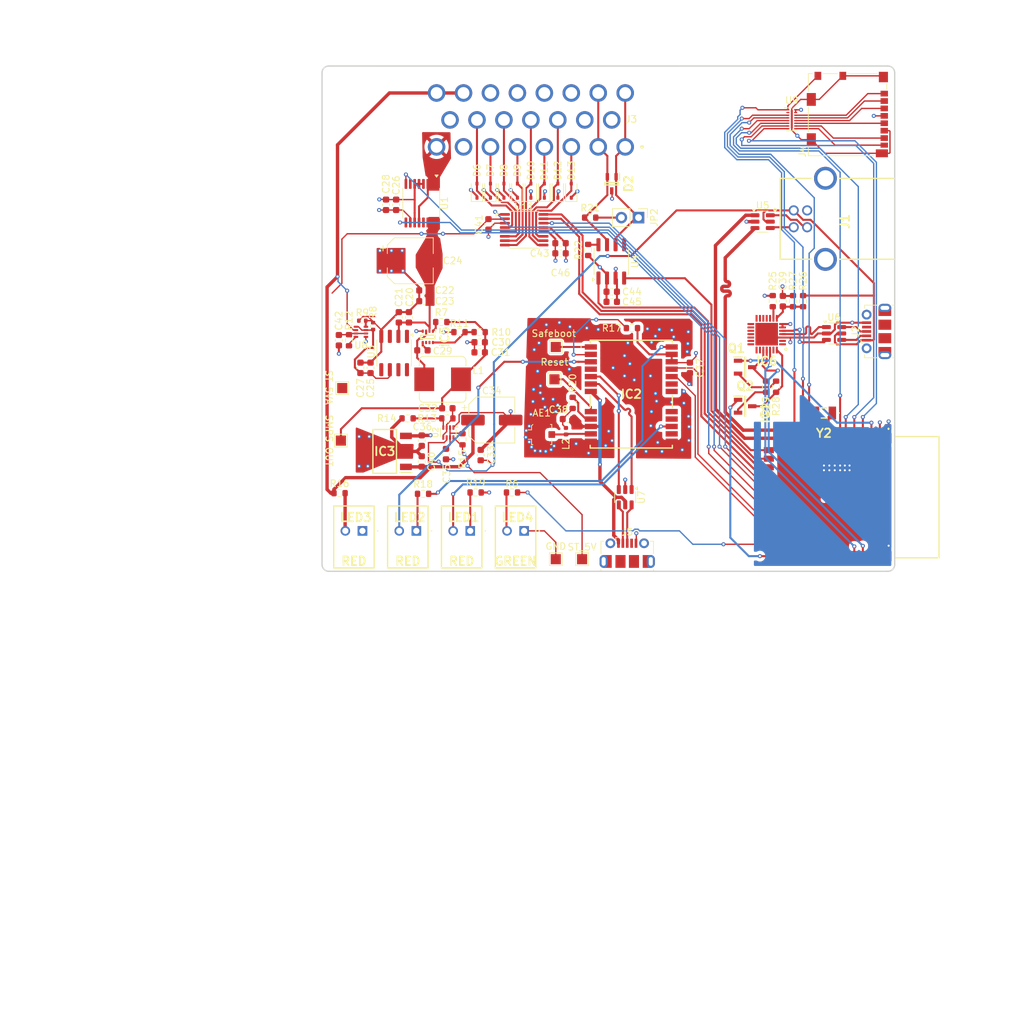
<source format=kicad_pcb>
(kicad_pcb (version 20241229) (generator "pcbnew") (generator_version "9.0")
  (layers (0 "F.Cu" signal) (4 "In1.Cu" signal) (6 "In2.Cu" signal) (2 "B.Cu" signal) (13 "F.Paste" user) (15 "B.Paste" user) (5 "F.SilkS" user "F.Silkscreen") (7 "B.SilkS" user "B.Silkscreen") (1 "F.Mask" user) (3 "B.Mask" user) (25 "Edge.Cuts" user))
  (net 0 "")
  (net 1 "GND")
  (net 2 "+3.3V")
  (net 3 "VCC")
  (net 4 "+5V")
  (net 5 "/SMPS_SW")
  (net 6 "/BTSB")
  (net 7 "/5V_SMPS_OUT")
  (net 8 "VBUS")
  (net 9 "/BIAS_T")
  (net 10 "/CAN-")
  (net 11 "Net-(JP2-B)")
  (net 12 "Net-(U2-MODE)")
  (net 13 "Net-(IC6-VBUS)")
  (net 14 "/GPIO0")
  (net 15 "/PR1")
  (net 16 "/ST")
  (net 17 "/PWR_LED")
  (net 18 "/PPS_LED_RSTR")
  (net 19 "/CAN+")
  (net 20 "+BATT")
  (net 22 "/I2C1_SDA")
  (net 24 "/I2C1_SCL")
  (net 25 "/CAN_CTX")
  (net 26 "/CAN_RTX")
  (net 27 "/CHIP_PU")
  (net 28 "Net-(LED1-K)")
  (net 29 "/PPS_LED")
  (net 30 "/U0RXD")
  (net 33 "/XTAL_32K_N")
  (net 34 "/XTAL_32K_P")
  (net 45 "/UART1_D-")
  (net 46 "/UART1_D+")
  (net 47 "/U0TXD")
  (net 48 "Net-(IC2-GND_4)")
  (net 57 "Net-(U4-Rs)")
  (net 59 "/UART2_TX")
  (net 60 "/UART2_RX")
  (net 61 "Net-(IC2-RESET_N)")
  (net 62 "/USBB_D+")
  (net 63 "/USBB_D-")
  (net 64 "Net-(J4-CMD)")
  (net 65 "Net-(J4-DAT3{slash}CD)")
  (net 66 "Net-(J4-CLK)")
  (net 67 "Net-(J4-DAT1)")
  (net 68 "Net-(J4-DAT0)")
  (net 69 "Net-(J4-DAT2)")
  (net 70 "Net-(IC6-RTS)")
  (net 71 "Net-(Q1-B)")
  (net 72 "Net-(IC6-DTR)")
  (net 73 "Net-(Q2-B)")
  (net 74 "/USBM_D+")
  (net 75 "/USBM_D-")
  (net 102 "/VUSB")
  (net 106 "/USBM2_D-")
  (net 110 "/USBM2_D+")
  (net 114 "/GPS_D-")
  (net 115 "/GPS_D+")
  (net 116 "/AIN4")
  (net 117 "/AIN0")
  (net 118 "/AIN6")
  (net 119 "/AIN2")
  (net 120 "/AIN3")
  (net 121 "/AIN7")
  (net 122 "/AIN1")
  (net 123 "/AIN5")
  (net 125 "Net-(U3-OUT)")
  (net 126 "+5VA")
  (net 127 "Net-(U8-PR1)")
  (net 128 "Net-(U8-ST)")
  (net 134 "/SD_CLK")
  (net 135 "/DOUT")
  (net 136 "/USR_LED_RSTR")
  (net 137 "/USER_LED")
  (net 138 "/RTK_STAT")
  (net 139 "/SMPS_FB")
  (net 140 "/PG")
  (net 141 "/PROG_D-")
  (net 142 "/PROG_D+")
  (net 143 "/ADC_DIN")
  (net 144 "/ADC_CLK")
  (net 145 "/ADC_CS")
  (net 146 "/RSTB")
  (net 147 "/SD_DAT0")
  (net 148 "/SD_CMD")
  (net 149 "/SD_DAT3")
  (net 150 "/SD_CD")
  (net 151 "/SD_DAT1")
  (net 152 "/SD_DAT2")
  (net 153 "/RF_IN")
  (net 154 "/Safeboot")
  (net 155 "/VCC_RF")
  (net 156 "/D_SEL")
  (footprint "Package_SO:TSSOP-16_4.4x5mm_P0.65mm" (layer "F.Cu") (at 105 52.3)
    (property "Reference" "U11")
    (property "Value" "ADC128S102")
  )
  (footprint "Capacitor_SMD:CP_Elec_6.3x5.9" (layer "F.Cu") (at 88.1 56.9)
    (property "Reference" "C24")
    (property "Value" "47uF")
  )
  (footprint "Diode_SMD:D_SOD-323" (layer "F.Cu") (at 106 46.5 90)
    (property "Reference" "D10")
    (property "Value" "TVS")
  )
  (footprint "LEDs:SSFLXH100LID01" (layer "F.Cu") (at 81 97)
    (property "Reference" "LED3")
    (property "Value" "RED")
  )
  (footprint "LEDs:SSFLXH100LID01" (layer "F.Cu") (at 97 97)
    (property "Reference" "LED1")
    (property "Value" "RED")
  )
  (footprint "Capacitor_SMD:C_0603_1608Metric" (layer "F.Cu") (at 110.4 54.3 180)
    (property "Reference" "C43")
    (property "Value" "100nF")
  )
  (footprint "Capacitor_SMD:C_0603_1608Metric" (layer "F.Cu") (at 90.2 62.9)
    (property "Reference" "C23")
    (property "Value" "100nF")
  )
  (footprint "Capacitor_SMD:C_0603_1608Metric" (layer "F.Cu") (at 90.2 61.3)
    (property "Reference" "C22")
    (property "Value" "22uF")
  )
  (footprint "Capacitor_SMD:C_0603_1608Metric" (layer "F.Cu") (at 129.6 72.8 90)
    (property "Reference" "C37")
    (property "Value" "1uF")
  )
  (footprint "TestPoint:TestPoint_Pad_1.5x1.5mm" (layer "F.Cu") (at 78 75.8 90)
    (property "Reference" "TP4" (hide yes))
    (property "Value" "ST_5VA")
  )
  (footprint "TestPoint:TestPoint_Pad_1.5x1.5mm" (layer "F.Cu") (at 109.5 74.5)
    (property "Reference" "TP5" (hide yes))
    (property "Value" "Reset")
  )
  (footprint "Connector_USB:USB_Micro-B_Molex-105017-0001" (layer "F.Cu") (at 120.3 100.3)
    (property "Reference" "J5")
    (property "Value" "USB_B_Micro")
  )
  (footprint "GNSS:NEOF9P15B" (layer "F.Cu") (at 120.9 76.7 180)
    (property "Reference" "IC2")
    (property "Value" "NEO-F9P-15B" (hide yes))
  )
  (footprint "Resistor_SMD:R_0402_1005Metric" (layer "F.Cu") (at 82.575 66.6 90)
    (property "Reference" "R8")
    (property "Value" "10k")
  )
  (footprint "Resistor_SMD:R_0603_1608Metric" (layer "F.Cu") (at 95.85 83.4 90)
    (property "Reference" "R15")
    (property "Value" "10k")
  )
  (footprint "VoltageRegulators:SOT230P700X180-4N" (layer "F.Cu") (at 84.3 85.2 180)
    (property "Reference" "IC3")
    (property "Value" "MIC37100-3.3WS" (hide yes))
  )
  (footprint "Resistor_SMD:R_0603_1608Metric" (layer "F.Cu") (at 140.9 75.6 90)
    (property "Reference" "R29")
    (property "Value" "10k")
  )
  (footprint "Diode_SMD:D_SOD-323" (layer "F.Cu") (at 110 46.5 90)
    (property "Reference" "D12")
    (property "Value" "TVS")
  )
  (footprint "Resistor_SMD:R_0603_1608Metric" (layer "F.Cu") (at 146.4 62.9 90)
    (property "Reference" "R26")
    (property "Value" "22.1K")
  )
  (footprint "Resistor_SMD:R_0402_1005Metric" (layer "F.Cu") (at 80.975 65.8 180)
    (property "Reference" "R9")
    (property "Value" "10k")
  )
  (footprint "Connector_USB:USB_Micro-B_Molex-105017-0001" (layer "F.Cu") (at 157.3 67.4 90)
    (property "Reference" "J2")
    (property "Value" "USB_B_Micro")
  )
  (footprint "VoltageRegulators:SOT-5X3" (layer "F.Cu") (at 80.795 68.94 180)
    (property "Reference" "U8")
    (property "Value" "TPS2116")
  )
  (footprint "Crystals:ECX327CDX2096" (layer "F.Cu") (at 149.5 79.5 180)
    (property "Reference" "Y2")
    (property "Value" "ECX-.327-CDX-2096" (hide yes))
  )
  (footprint "Inductor_SMD:L_0402_1005Metric" (layer "F.Cu") (at 111.2 82.2 90)
    (property "Reference" "L2")
    (property "Value" "27nH")
  )
  (footprint "Capacitor_SMD:C_0603_1608Metric" (layer "F.Cu") (at 80.7 72.8 90)
    (property "Reference" "C27")
    (property "Value" "1uF")
  )
  (footprint "Capacitor_SMD:CP_Elec_6.3x5.9" (layer "F.Cu") (at 100.2 80.55)
    (property "Reference" "C34")
    (property "Value" "100uF")
  )
  (footprint "Capacitor_SMD:C_0603_1608Metric" (layer "F.Cu") (at 84.5 48.6 90)
    (property "Reference" "C28")
    (property "Value" "100nF")
  )
  (footprint "Diode_SMD:D_SOD-323" (layer "F.Cu") (at 100 46.5 90)
    (property "Reference" "D7")
    (property "Value" "TVS")
  )
  (footprint "Resistor_SMD:R_0603_1608Metric" (layer "F.Cu") (at 77.6 91.4)
    (property "Reference" "R16")
    (property "Value" "220")
  )
  (footprint "Connector_PinHeader_2.54mm:PinHeader_1x02_P2.54mm_Vertical" (layer "F.Cu") (at 121.975 50.5 -90)
    (property "Reference" "JP2")
    (property "Value" "Bus Termination")
  )
  (footprint "Capacitor_SMD:C_0603_1608Metric" (layer "F.Cu") (at 89.9 70.2 180)
    (property "Reference" "C29")
    (property "Value" "100nF")
  )
  (footprint "Inductor_SMD:L_Bourns_SRP7028A_7.3x6.6mm" (layer "F.Cu") (at 92.9 74.5 180)
    (property "Reference" "L1")
    (property "Value" "4.7uH")
  )
  (footprint "Resistor_SMD:R_0603_1608Metric" (layer "F.Cu") (at 114.5 55.3 90)
    (property "Reference" "R22")
    (property "Value" "10k")
  )
  (footprint "Capacitor_SMD:C_0603_1608Metric" (layer "F.Cu") (at 98.55 85.75 90)
    (property "Reference" "C33")
    (property "Value" "1uF")
  )
  (footprint "LEDs:SSFLXH100LID01" (layer "F.Cu") (at 89 97)
    (property "Reference" "LED2")
    (property "Value" "RED")
  )
  (footprint "Connectors:CONN23_776087_TEC" (layer "F.Cu") (at 120 40)
    (property "Reference" "J3")
    (property "Value" "1-776087-4")
  )
  (footprint "Capacitor_SMD:C_0603_1608Metric" (layer "F.Cu") (at 89.8 83.6 90)
    (property "Reference" "C36")
    (property "Value" "10uF")
  )
  (footprint "Resistor_SMD:R_0603_1608Metric" (layer "F.Cu") (at 141.9 62.9 90)
    (property "Reference" "R25")
    (property "Value" "1k")
  )
  (footprint "USBUART:QFN50P500X500X80-29N-D" (layer "F.Cu") (at 141 67.8 180)
    (property "Reference" "IC6")
    (property "Value" "CP2102N-A02-GQFN28" (hide yes))
  )
  (footprint "Resistor_SMD:R_0603_1608Metric" (layer "F.Cu") (at 144.9 62.9 90)
    (property "Reference" "R27")
    (property "Value" "47.5K")
  )
  (footprint "Package_TO_SOT_SMD:SOT-23-6" (layer "F.Cu") (at 151 67.7)
    (property "Reference" "U6")
    (property "Value" "USBLC6-2SC6")
  )
  (footprint "Capacitor_SMD:C_0603_1608Metric" (layer "F.Cu") (at 118 63 180)
    (property "Reference" "C45")
    (property "Value" "100nF")
  )
  (footprint "Package_TO_SOT_SMD:SOT-583-8" (layer "F.Cu") (at 93.75 82.4 -90)
    (property "Reference" "U2")
    (property "Value" "TPS2116DRL")
  )
  (footprint "Resistor_SMD:R_0603_1608Metric" (layer "F.Cu") (at 98.4 67.5 180)
    (property "Reference" "R10")
    (property "Value" "74.1k")
  )
  (footprint "Package_SO:SOIC-8_3.9x4.9mm_P1.27mm" (layer "F.Cu") (at 85.7 70.6 -90)
    (property "Reference" "U3")
    (property "Value" "ADR425BRZ")
  )
  (footprint "TestPoint:TestPoint_Pad_1.5x1.5mm" (layer "F.Cu") (at 113.6 101.2)
    (property "Reference" "TP3" (hide yes))
    (property "Value" "ST_5V")
  )
  (footprint "Capacitor_SMD:C_0603_1608Metric" (layer "F.Cu") (at 99.7 51.5 -90)
    (property "Reference" "C41")
    (property "Value" "100nF")
  )
  (footprint "Resistor_SMD:R_0603_1608Metric" (layer "F.Cu") (at 79 68.7 90)
    (property "Reference" "R12")
    (property "Value" "10k")
  )
  (footprint "Package_TO_SOT_SMD:SOT-23-6" (layer "F.Cu") (at 120 92 -90)
    (property "Reference" "U7")
    (property "Value" "USBLC6-2SC6")
  )
  (footprint "Capacitor_SMD:C_0603_1608Metric" (layer "F.Cu") (at 87.9 65.3 90)
    (property "Reference" "C20")
    (property "Value" "10uF")
  )
  (footprint "Capacitor_SMD:C_0603_1608Metric" (layer "F.Cu") (at 86 48.6 90)
    (property "Reference" "C26")
    (property "Value" "100nF")
  )
  (footprint "Resistor_SMD:R_0603_1608Metric" (layer "F.Cu") (at 87.7 80.3 180)
    (property "Reference" "R14")
    (property "Value" "10k")
  )
  (footprint "Diode_SMD:D_SOD-323" (layer "F.Cu") (at 108 46.5 90)
    (property "Reference" "D11")
    (property "Value" "TVS")
  )
  (footprint "Capacitor_SMD:C_0603_1608Metric" (layer "F.Cu") (at 118 61.5 180)
    (property "Reference" "C44")
    (property "Value" "100nF")
  )
  (footprint "Capacitor_SMD:C_0603_1608Metric" (layer "F.Cu") (at 98.4 70.5 180)
    (property "Reference" "C31")
    (property "Value" "22uF")
  )
  (footprint "Resistor_SMD:R_0603_1608Metric" (layer "F.Cu") (at 112.2 78 90)
    (property "Reference" "R20")
    (property "Value" "10uF")
  )
  (footprint "Package_SO:SOIC-8_3.9x4.9mm_P1.27mm" (layer "F.Cu") (at 117.935 57 90)
    (property "Reference" "U4")
    (property "Value" "SN65HVD230")
  )
  (footprint "Diode_SMD:D_SOD-323" (layer "F.Cu") (at 102 46.5 90)
    (property "Reference" "D8")
    (property "Value" "TVS")
  )
  (footprint "Capacitor_SMD:C_0603_1608Metric" (layer "F.Cu") (at 89.8 86.7 -90)
    (property "Reference" "C40")
    (property "Value" "10uF")
  )
  (footprint "Connector_Card:microSD_HC_Molex_104031-0811" (layer "F.Cu") (at 153 35.2 -90)
    (property "Reference" "J4")
    (property "Value" "Molex_1040310811")
  )
  (footprint "USBs:67068-7041" (layer "F.Cu") (at 149.72 50.68 90)
    (property "Reference" "J1")
    (property "Value" "USB_B" (hide yes))
  )
  (footprint "Resistor_SMD:R_0603_1608Metric" (layer "F.Cu") (at 90 91.5)
    (property "Reference" "R18")
    (property "Value" "330uF")
  )
  (footprint "Resistor_SMD:R_0603_1608Metric" (layer "F.Cu") (at 114.8 50.5)
    (property "Reference" "R21")
    (property "Value" "120")
  )
  (footprint "Package_TO_SOT_SMD:SOT-23-6" (layer "F.Cu") (at 140.4 51.1)
    (property "Reference" "U5")
    (property "Value" "USBLC6-2SC6")
  )
  (footprint "Diode_SMD:D_SOD-323" (layer "F.Cu") (at 112 46.5 90)
    (property "Reference" "D13")
    (property "Value" "TVS")
  )
  (footprint "Diode_SMD:D_SOD-323" (layer "F.Cu") (at 98 46.5 90)
    (property "Reference" "D6")
    (property "Value" "TVS")
  )
  (footprint "Capacitor_SMD:C_0603_1608Metric" (layer "F.Cu") (at 143.4 62.9 90)
    (property "Reference" "C39")
    (property "Value" "1uF")
  )
  (footprint "Resistor_SMD:R_0603_1608Metric" (layer "F.Cu") (at 95.4 67.5 180)
    (property "Reference" "R11")
    (property "Value" "10k")
  )
  (footprint "Capacitor_SMD:C_0603_1608Metric" (layer "F.Cu") (at 110.4 55.8 180)
    (property "Reference" "C46")
    (property "Value" "1uF")
  )
  (footprint "TestPoint:TestPoint_Pad_1.5x1.5mm" (layer "F.Cu") (at 77.8 83.6 -90)
    (property "Reference" "TP2" (hide yes))
    (property "Value" "SMPS_OUT")
  )
  (footprint "Capacitor_SMD:C_0603_1608Metric" (layer "F.Cu") (at 93.6 78.8)
    (property "Reference" "C32")
    (property "Value" "1uF")
  )
  (footprint "Capacitor_SMD:C_0603_1608Metric" (layer "F.Cu") (at 82.2 72.8 90)
    (property "Reference" "C25")
    (property "Value" "100nF")
  )
  (footprint "Connector_Coaxial:U.FL_Molex_MCRF_73412-0110_Vertical" (layer "F.Cu") (at 107.6 82.7 90)
    (property "Reference" "AE1")
    (property "Value" "UFL")
  )
  (footprint "Transistors:SOT96P237X111-3N" (layer "F.Cu") (at 137.8 78.5)
    (property "Reference" "Q2")
    (property "Value" "SOT96P237X111-3N" (hide yes))
  )
  (footprint "TestPoint:TestPoint_Pad_1.5x1.5mm" (layer "F.Cu") (at 109.7 69.7)
    (property "Reference" "TP6" (hide yes))
    (property "Value" "Safeboot")
  )
  (footprint "Resistor_SMD:R_0603_1608Metric" (layer "F.Cu") (at 93.6 80.3 180)
    (property "Reference" "R13")
    (property "Value" "10k")
  )
  (footprint "Resistor_SMD:R_0603_1608Metric" (layer "F.Cu") (at 121 66.9)
    (property "Reference" "R17")
    (property "Value" "10k")
  )
  (footprint "Resistor_SMD:R_0603_1608Metric" (layer "F.Cu") (at 103.2 91.3 180)
    (property "Reference" "R6")
    (property "Value" "220")
  )
  (footprint "Capacitor_SMD:C_0603_1608Metric" (layer "F.Cu") (at 98.4 69 180)
    (property "Reference" "C30")
    (property "Value" "22uF")
  )
  (footprint "Capacitor_SMD:C_0603_1608Metric" (layer "F.Cu") (at 86.4 65.3 90)
    (property "Reference" "C21")
    (property "Value" "100nF")
  )
  (footprint "Resistor_SMD:R_0603_1608Metric" (layer "F.Cu") (at 142.4 75.6 -90)
    (property "Reference" "R28")
    (property "Value" "10k")
  )
  (footprint "VoltageRegulators:SOTFL50P160X60-8N" (layer "F.Cu") (at 90.7 68.2 -90)
    (property "Reference" "IC5")
    (property "Value" "TPS563211DRLR" (hide yes))
  )
  (footprint "Diode_SMD:D_SOD-323" (layer "F.Cu") (at 104 46.5 90)
    (property "Reference" "D9")
    (property "Value" "TVS")
  )
  (footprint "uSDs:UQFN-17-3.5x1.2mm" (layer "F.Cu") (at 144.725 35.9)
    (property "Reference" "U9")
    (property "Value" "ST_EMIF06-MSD02N16" (hide yes))
  )
  (footprint "Transistors:SOT96P237X111-3N" (layer "F.Cu") (at 137.8 72.7)
    (property "Reference" "Q1")
    (property "Value" "SOT96P237X111-3N" (hide yes))
  )
  (footprint "Resistor_SMD:R_0603_1608Metric" (layer "F.Cu") (at 97.8 91.3)
    (property "Reference" "R19")
    (property "Value" "330uF")
  )
  (footprint "Microcontrollers:ESP32S3WROOM1N8R8" (layer "F.Cu") (at 153.825 92 -90)
    (property "Reference" "IC1")
    (property "Value" "ESP32-S3-WROOM-1-N8R8" (hide yes))
  )
  (footprint "Capacitor_SMD:C_0603_1608Metric" (layer "F.Cu") (at 93.4 85.6 -90)
    (property "Reference" "C35")
    (property "Value" "1uF")
  )
  (footprint "Package_SO:TSSOP-16_4.4x5mm_P0.65mm" (layer "F.Cu") (at 89.725 48.3625 -90)
    (property "Reference" "U1")
    (property "Value" "INA260")
  )
  (footprint "TestPoint:TestPoint_Pad_1.5x1.5mm" (layer "F.Cu") (at 109.7 101.2)
    (property "Reference" "TP1" (hide yes))
    (property "Value" "GND")
  )
  (footprint "LEDs:SSFLXH100LID01" (layer "F.Cu") (at 105 97)
    (property "Reference" "LED4")
    (property "Value" "GREEN")
  )
  (footprint "Resistor_SMD:R_0603_1608Metric" (layer "F.Cu") (at 92.7 66)
    (property "Reference" "R7")
    (property "Value" "10k")
  )
  (footprint "Capacitor_SMD:C_0603_1608Metric" (layer "F.Cu") (at 111.5 80.4)
    (property "Reference" "C38")
    (property "Value" "100nF")
  )
  (footprint "Diodes:SOT65P210X110-3N" (layer "F.Cu") (at 118 45.475 -90)
    (property "Reference" "D2")
    (property "Value" "ESDCAN03-2BWY" (hide yes))
  )
  (footprint "Capacitor_SMD:C_0603_1608Metric" (layer "F.Cu") (at 77.5 68.7 -90)
    (property "Reference" "C42")
    (property "Value" "1uF")
  )
  (gr_arc (start 160 102) (mid 159.707107 102.707107) (end 159 103) (stroke (width 0.2)) (layer "Edge.Cuts"))
  (gr_arc (start 76 103) (mid 75.292893 102.707107) (end 75 102) (stroke (width 0.2)) (layer "Edge.Cuts"))
  (gr_line (start 76 28) (end 159 28) (stroke (width 0.2)) (layer "Edge.Cuts"))
  (gr_line (start 75 102) (end 75 29) (stroke (width 0.2)) (layer "Edge.Cuts"))
  (gr_arc (start 159 28) (mid 159.707107 28.292893) (end 160 29) (stroke (width 0.2)) (layer "Edge.Cuts"))
  (gr_line (start 160 29) (end 160 102) (stroke (width 0.2)) (layer "Edge.Cuts"))
  (gr_arc (start 75 29) (mid 75.292893 28.292893) (end 76 28) (stroke (width 0.2)) (layer "Edge.Cuts"))
  (gr_line (start 159 103) (end 76 103) (stroke (width 0.2)) (layer "Edge.Cuts"))
  (segment (start 151.124 67.100999) (end 151.124 66.388322) (width 0.3) (layer "F.Cu") (net 1))
  (segment (start 88.75 47.9) (end 88.75 45.5) (width 0.3) (layer "F.Cu") (net 1))
  (segment (start 158.1 40.955) (end 149.65 40.955) (width 0.2) (layer "F.Cu") (net 1))
  (segment (start 103 80.55) (end 98.575 84.975) (width 0.5) (layer "F.Cu") (net 1))
  (segment (start 121.65 97.35) (end 121.65 98.7875) (width 0.2) (layer "F.Cu") (net 1))
  (segment (start 141.5 68.3) (end 141 67.8) (width 0.3) (layer "F.Cu") (net 1))
  (segment (start 117.3 58.925) (end 117.3 59.475) (width 0.3) (layer "F.Cu") (net 1))
  (segment (start 147.625 32.96) (end 148.8 32.96) (width 0.2) (layer "F.Cu") (net 1))
  (segment (start 99.7 52.275) (end 100.65 51.325) (width 0.2) (layer "F.Cu") (net 1))
  (segment (start 117.225 63) (end 117.225 61.5) (width 0.3) (layer "F.Cu") (net 1))
  (segment (start 121.65 98.7875) (end 121.6 98.8375) (width 0.2) (layer "F.Cu") (net 1))
  (segment (start 159.301 37.696) (end 159.2 37.595) (width 0.2) (layer "F.Cu") (net 1))
  (segment (start 143.475 62.2) (end 143.4 62.125) (width 0.3) (layer "F.Cu") (net 1))
  (segment (start 109.65 56.9) (end 109.65 55.825) (width 0.2) (layer "F.Cu") (net 1))
  (segment (start 89.425 61.3) (end 89.425 60.825) (width 0.3) (layer "F.Cu") (net 1))
  (segment (start 149.65 40.955) (end 147.625 38.93) (width 0.2) (layer "F.Cu") (net 1))
  (segment (start 101.899 79.449) (end 103 80.55) (width 0.2) (layer "F.Cu") (net 1))
  (segment (start 110 46.7) (end 110.1 46.6) (width 0.3) (layer "F.Cu") (net 1))
  (segment (start 116.2375 57.8625) (end 117.3 58.925) (width 0.3) (layer "F.Cu") (net 1))
  (segment (start 109.625 53.650001) (end 108.599999 52.625) (width 0.3) (layer "F.Cu") (net 1))
  (segment (start 159.301 40.854) (end 159.301 37.696) (width 0.2) (layer "F.Cu") (net 1))
  (segment (start 110 47.55) (end 110 46.7) (width 0.3) (layer "F.Cu") (net 1))
  (segment (start 152.3 29.46) (end 158.15 29.46) (width 0.2) (layer "F.Cu") (net 1))
  (segment (start 150.524999 67.7) (end 151.124 67.100999) (width 0.3) (layer "F.Cu") (net 1))
  (segment (start 144.85 62.125) (end 144.9 62.075) (width 0.3) (layer "F.Cu") (net 1))
  (segment (start 108 46.7) (end 108 47.55) (width 0.3) (layer "F.Cu") (net 1))
  (segment (start 144.515 68.45) (end 144.55 68.415) (width 0.2) (layer "F.Cu") (net 1))
  (segment (start 143.35 62.075) (end 143.4 62.125) (width 0.2) (layer "F.Cu") (net 1))
  (segment (start 83.5 47.8) (end 84.475 47.8) (width 0.2) (layer "F.Cu") (net 1))
  (segment (start 102 47.55) (end 102 47.4) (width 0.3) (layer "F.Cu") (net 1))
  (segment (start 102 47.4) (end 101 46.4) (width 0.3) (layer "F.Cu") (net 1))
  (segment (start 80.7 72.025) (end 82.2 72.025) (width 0.3) (layer "F.Cu") (net 1))
  (segment (start 159.2 40.955) (end 159.301 40.854) (width 0.2) (layer "F.Cu") (net 1))
  (segment (start 143.425 62.1) (end 143.4 62.125) (width 0.3) (layer "F.Cu") (net 1))
  (segment (start 89.8 84.475) (end 89.075 85.2) (width 0.5) (layer "F.Cu") (net 1))
  (segment (start 81.5 68.9) (end 81.5 68.215) (width 0.2) (layer "F.Cu") (net 1))
  (segment (start 89.8 84.375) (end 89.8 84.475) (width 0.5) (layer "F.Cu") (net 1))
  (segment (start 109.7 101.2) (end 109.7 98.7) (width 0.2) (layer "F.Cu") (net 1))
  (segment (start 143.4 62.125) (end 144.85 62.125) (width 0.3) (layer "F.Cu") (net 1))
  (segment (start 89.425 62.9) (end 89.425 61.3) (width 0.3) (layer "F.Cu") (net 1))
  (segment (start 83.795 67.13) (end 86.4 64.525) (width 0.3) (layer "F.Cu") (net 1))
  (segment (start 86 47.825) (end 88.675 47.825) (width 0.2) (layer "F.Cu") (net 1))
  (segment (start 80.465 65.8) (end 81.086 65.179) (width 0.2) (layer "F.Cu") (net 1))
  (segment (start 88.75 51.225) (end 88.75 49.8) (width 0.3) (layer "F.Cu") (net 1))
  (segment (start 115.9375 57.5625) (end 116.2375 57.8625) (width 0.3) (layer "F.Cu") (net 1))
  (segment (start 144.55 68.3) (end 143.35 68.3) (width 0.3) (layer "F.Cu") (net 1))
  (segment (start 159.1 100.735) (end 159.085 100.75) (width 0.3) (layer "F.Cu") (net 1))
  (segment (start 97.625 69) (end 97.625 70.5) (width 0.2) (layer "F.Cu") (net 1))
  (segment (start 104 47.55) (end 104 47.4) (width 0.3) (layer "F.Cu") (net 1))
  (segment (start 98 47.3) (end 97.1 46.4) (width 0.3) (layer "F.Cu") (net 1))
  (segment (start 113.475 81.5) (end 114.9 81.5) (width 0.3) (layer "F.Cu") (net 1))
  (segment (start 88.675 47.825) (end 88.75 47.9) (width 0.2) (layer "F.Cu") (net 1))
  (segment (start 82.2 72.025) (end 82.2 72) (width 0.3) (layer "F.Cu") (net 1))
  (segment (start 144.725 34.275) (end 146.04 32.96) (width 0.2) (layer "F.Cu") (net 1))
  (segment (start 84.475 47.8) (end 84.5 47.825) (width 0.2) (layer "F.Cu") (net 1))
  (segment (start 109.625 54.3) (end 109.625 53.650001) (width 0.3) (layer "F.Cu") (net 1))
  (segment (start 81.5 68.215) (end 81.515 68.2) (width 0.2) (layer "F.Cu") (net 1))
  (segment (start 117.225 61.5) (end 117.225 59.55) (width 0.3) (layer "F.Cu") (net 1))
  (segment (start 109.65 55.825) (end 109.625 55.8) (width 0.2) (layer "F.Cu") (net 1))
  (segment (start 144.515 69) (end 144.515 68.45) (width 0.2) (layer "F.Cu") (net 1))
  (segment (start 149.8625 67.7) (end 150.524999 67.7) (width 0.3) (layer "F.Cu") (net 1))
  (segment (start 153.7 66.1) (end 155.8375 66.1) (width 0.3) (layer "F.Cu") (net 1))
  (segment (start 104 47.4) (end 103 46.4) (width 0.3) (layer "F.Cu") (net 1))
  (segment (start 84.5 47.825) (end 86 47.825) (width 0.2) (layer "F.Cu") (net 1))
  (segment (start 159.2 37.595) (end 158.45 37.595) (width 0.2) (layer "F.Cu") (net 1))
  (segment (start 118.05 46.575) (end 118 46.525) (width 0.2) (layer "F.Cu") (net 1))
  (segment (start 108.599999 52.625) (end 107.8625 52.625) (width 0.3) (layer "F.Cu") (net 1))
  (segment (start 106 47.55) (end 106 46.6) (width 0.3) (layer "F.Cu") (net 1))
  (segment (start 146.04 32.96) (end 147.625 32.96) (width 0.2) (layer "F.Cu") (net 1))
  (segment (start 143.35 68.3) (end 141.5 68.3) (width 0.3) (layer "F.Cu") (net 1))
  (segment (start 99.7 53.35) (end 99.7 52.275) (width 0.2) (layer "F.Cu") (net 1))
  (segment (start 83.795 67.150001) (end 83.795 68.125) (width 0.2) (layer "F.Cu") (net 1))
  (segment (start 90.05 45.5) (end 89.4 45.5) (width 0.3) (layer "F.Cu") (net 1))
  (segment (start 114.5 56.125) (end 115.9375 57.5625) (width 0.3) (layer "F.Cu") (net 1))
  (segment (start 102.95 80.5) (end 103 80.55) (width 0.5) (layer "F.Cu") (net 1))
  (segment (start 95.349 79.76484) (end 95.66484 79.449) (width 0.2) (layer "F.Cu") (net 1))
  (segment (start 146.13 38.93) (end 147.625 38.93) (width 0.2) (layer "F.Cu") (net 1))
  (segment (start 138 51.1) (end 139.2625 51.1) (width 0.5) (layer "F.Cu") (net 1))
  (segment (start 89.938 67.35) (end 89.95 67.362) (width 0.2) (layer "F.Cu") (net 1))
  (segment (start 109.625 55.8) (end 109.625 54.3) (width 0.2) (layer "F.Cu") (net 1))
  (segment (start 144.725 37.525) (end 145.55 38.35) (width 0.2) (layer "F.Cu") (net 1))
  (segment (start 100 47.4) (end 99 46.4) (width 0.3) (layer "F.Cu") (net 1))
  (segment (start 89 67.35) (end 89.938 67.35) (width 0.2) (layer "F.Cu") (net 1))
  (segment (start 83.795 70.405) (end 83.795 68.125) (width 0.3) (layer "F.Cu") (net 1))
  (segment (start 98.575 84.975) (end 98.55 84.975) (width 0.5) (layer "F.Cu") (net 1))
  (segment (start 158.1 40.955) (end 159.2 40.955) (width 0.2) (layer "F.Cu") (net 1))
  (segment (start 93.05 67.5) (end 94.575 67.5) (width 0.2) (layer "F.Cu") (net 1))
  (segment (start 81.086 65.179) (end 82.823999 65.179) (width 0.2) (layer "F.Cu") (net 1))
  (segment (start 86.875 80.3) (end 85.35 81.825) (width 0.5) (layer "F.Cu") (net 1))
  (segment (start 144.55 68.415) (end 144.55 68.3) (width 0.2) (layer "F.Cu") (net 1))
  (segment (start 94.475 86.375) (end 93.4 86.375) (width 0.2) (layer "F.Cu") (net 1))
  (segment (start 89.075 85.2) (end 87.45 85.2) (width 0.5) (layer "F.Cu") (net 1))
  (segment (start 94.5 81.66) (end 95.349 80.811) (width 0.2) (layer "F.Cu") (net 1))
  (segment (start 112 47.5) (end 112.9 46.6) (width 0.3) (layer "F.Cu") (net 1))
  (segment (start 98 47.55) (end 98 47.3) (width 0.3) (layer "F.Cu") (net 1))
  (segment (start 100 47.55) (end 100 47.4) (width 0.3) (layer "F.Cu") (net 1))
  (segment (start 159.1 99.2) (end 159.1 100.735) (width 0.3) (layer "F.Cu") (net 1))
  (segment (start 112.275 80.4) (end 112.375 80.4) (width 0.2) (layer "F.Cu") (net 1))
  (segment (start 141.5225 68.34) (end 141.0225 67.84) (width 0.3) (layer "F.Cu") (net 1))
  (segment (start 82.2 72) (end 83.795 70.405) (width 0.3) (layer "F.Cu") (net 1))
  (segment (start 144.725 35.9) (end 144.725 34.275) (width 0.2) (layer "F.Cu") (net 1))
  (segment (start 88.75 49.8) (end 88.75 47.9) (width 0.3) (layer "F.Cu") (net 1))
  (segment (start 88.75 45.5) (end 89.4 45.5) (width 0.3) (layer "F.Cu") (net 1))
  (segment (start 108 97) (end 105 97) (width 0.2) (layer "F.Cu") (net 1))
  (segment (start 112.375 80.4) (end 113.475 81.5) (width 0.2) (layer "F.Cu") (net 1))
  (segment (start 89.425 60.825) (end 87 58.4) (width 0.3) (layer "F.Cu") (net 1))
  (segment (start 95.66484 79.449) (end 101.899 79.449) (width 0.2) (layer "F.Cu") (net 1))
  (segment (start 85.35 83.1) (end 87.45 85.2) (width 0.5) (layer "F.Cu") (net 1))
  (segment (start 96.55 69) (end 97.625 69) (width 0.2) (layer "F.Cu") (net 1))
  (segment (start 81.823999 65.179) (end 83.795 67.150001) (width 0.2) (layer "F.Cu") (net 1))
  (segment (start 100.65 51.325) (end 102.1375 51.325) (width 0.2) (layer "F.Cu") (net 1))
  (segment (start 144.725 35.9) (end 144.725 37.525) (width 0.2) (layer "F.Cu") (net 1))
  (segment (start 158.15 29.46) (end 158.325 29.635) (width 0.2) (layer "F.Cu") (net 1))
  (segment (start 103 79.25) (end 103 80.55) (width 0.2) (layer "F.Cu") (net 1))
  (segment (start 151.412322 66.1) (end 153.7 66.1) (width 0.3) (layer "F.Cu") (net 1))
  (segment (start 159.1 80.75) (end 159.1 83.235) (width 0.3) (layer "F.Cu") (net 1))
  (segment (start 143.35 60.7) (end 143.35 62.075) (width 0.2) (layer "F.Cu") (net 1))
  (segment (start 86.4 64.525) (end 87.8 64.525) (width 0.3) (layer "F.Cu") (net 1))
  (segment (start 120 89.4) (end 120 90.8625) (width 0.3) (layer "F.Cu") (net 1))
  (segment (start 87.8 64.525) (end 89.425 62.9) (width 0.3) (layer "F.Cu") (net 1))
  (segment (start 95.349 80.811) (end 95.349 79.76484) (width 0.2) (layer "F.Cu") (net 1))
  (segment (start 89.075 85.2) (end 89.8 85.925) (width 0.5) (layer "F.Cu") (net 1))
  (segment (start 151.124 66.388322) (end 151.412322 66.1) (width 0.3) (layer "F.Cu") (net 1))
  (segment (start 149.8625 67.7) (end 148.6 67.7) (width 0.3) (layer "F.Cu") (net 1))
  (segment (start 159.1 83.235) (end 159.085 83.25) (width 0.3) (layer "F.Cu") (net 1))
  (segment (start 118.05 47.7) (end 118.05 46.575) (width 0.2) (layer "F.Cu") (net 1))
  (segment (start 117.225 59.55) (end 117.3 59.475) (width 0.3) (layer "F.Cu") (net 1))
  (segment (start 108.1 46.6) (end 108 46.7) (width 0.3) (layer "F.Cu") (net 1))
  (segment (start 148 68.3) (end 144.55 68.3) (width 0.3) (layer "F.Cu") (net 1))
  (segment (start 109.7 98.7) (end 108 97) (width 0.2) (layer "F.Cu") (net 1))
  (segment (start 83.795 68.125) (end 83.795 67.13) (width 0.3) (layer "F.Cu") (net 1))
  (segment (start 148.6 67.7) (end 148 68.3) (width 0.3) (layer "F.Cu") (net 1))
  (segment (start 85.35 81.825) (end 85.35 83.1) (width 0.5) (layer "F.Cu") (net 1))
  (segment (start 145.55 38.35) (end 146.13 38.93) (width 0.2) (layer "F.Cu") (net 1))
  (segment (start 112 47.55) (end 112 47.5) (width 0.3) (layer "F.Cu") (net 1))
  (segment (start 77.5 70.7) (end 77.5 69.475) (width 0.3) (layer "F.Cu") (net 1))
  (segment (start 148.8 32.96) (end 152.3 29.46) (width 0.2) (layer "F.Cu") (net 1))
  (via (at 85.3 55.4) (size 0.6) (drill 0.3) (layers "F.Cu" "B.Cu") (net 1))
  (via (at 110.226928 66.07774) (size 0.6) (drill 0.3) (layers "F.Cu" "B.Cu") (net 1))
  (via (at 116.2375 57.8625) (size 0.6) (drill 0.3) (layers "F.Cu" "B.Cu") (net 1))
  (via (at 129.2 70.4) (size 0.6) (drill 0.3) (layers "F.Cu" "B.Cu") (net 1))
  (via (at 128.471149 84.973972) (size 0.6) (drill 0.3) (layers "F.Cu" "B.Cu") (net 1))
  (via (at 120.7 72.2) (size 0.6) (drill 0.3) (layers "F.Cu" "B.Cu") (net 1))
  (via (at 152.6 87.3) (size 0.6) (drill 0.3) (layers "F.Cu" "B.Cu") (net 1))
  (via (at 123.75 74) (size 0.6) (drill 0.3) (layers "F.Cu" "B.Cu") (net 1))
  (via (at 109.295443 77.460233) (size 0.6) (drill 0.3) (layers "F.Cu" "B.Cu") (net 1))
  (via (at 86.9 55.4) (size 0.6) (drill 0.3) (layers "F.Cu" "B.Cu") (net 1))
  (via (at 105.75 81.45) (size 0.6) (drill 0.3) (layers "F.Cu" "B.Cu") (net 1))
  (via (at 153.3 87.3) (size 0.6) (drill 0.3) (layers "F.Cu" "B.Cu") (net 1))
  (via (at 151.1 87.3) (size 0.6) (drill 0.3) (layers "F.Cu" "B.Cu") (net 1))
  (via (at 81.8 87.4) (size 0.6) (drill 0.3) (layers "F.Cu" "B.Cu") (net 1))
  (via (at 153.7 66.1) (size 0.6) (drill 0.3) (layers "F.Cu" "B.Cu") (net 1))
  (via (at 118.05 83.6) (size 0.6) (drill 0.3) (layers "F.Cu" "B.Cu") (net 1))
  (via (at 106.4 76) (size 0.6) (drill 0.3) (layers "F.Cu" "B.Cu") (net 1))
  (via (at 85.3 58.4) (size 0.6) (drill 0.3) (layers "F.Cu" "B.Cu") (net 1))
  (via (at 106.1 84.55) (size 0.6) (drill 0.3) (layers "F.Cu" "B.Cu") (net 1))
  (via (at 114.3 66.9) (size 0.6) (drill 0.3) (layers "F.Cu" "B.Cu") (net 1))
  (via (at 138 51.1) (size 0.6) (drill 0.3) (layers "F.Cu" "B.Cu") (net 1))
  (via (at 117.1 84.35) (size 0.6) (drill 0.3) (layers "F.Cu" "B.Cu") (net 1))
  (via (at 112.718498 84.06184) (size 0.6) (drill 0.3) (layers "F.Cu" "B.Cu") (net 1))
  (via (at 99.7 53.35) (size 0.6) (drill 0.3) (layers "F.Cu" "B.Cu") (net 1))
  (via (at 83.5 47.8) (size 0.6) (drill 0.3) (layers "F.Cu" "B.Cu") (net 1))
  (via (at 124.5 76.6) (size 0.6) (drill 0.3) (layers "F.Cu" "B.Cu") (net 1))
  (via (at 144.515 69) (size 0.6) (drill 0.3) (layers "F.Cu" "B.Cu") (net 1))
  (via (at 111.7 73) (size 0.6) (drill 0.3) (layers "F.Cu" "B.Cu") (net 1))
  (via (at 111.8 66.7) (size 0.6) (drill 0.3) (layers "F.Cu" "B.Cu") (net 1))
  (via (at 80.5 83) (size 0.6) (drill 0.3) (layers "F.Cu" "B.Cu") (net 1))
  (via (at 143.35 60.7) (size 0.6) (drill 0.3) (layers "F.Cu" "B.Cu") (net 1))
  (via (at 149.5 88) (size 0.6) (drill 0.3) (layers "F.Cu" "B.Cu") (net 1))
  (via (at 112.9 46.6) (size 0.6) (drill 0.3) (layers "F.Cu" "B.Cu") (net 1))
  (via (at 103 46.4) (size 0.6) (drill 0.3) (layers "F.Cu" "B.Cu") (net 1))
  (via (at 125.464656 85.215458) (size 0.6) (drill 0.3) (layers "F.Cu" "B.Cu") (net 1))
  (via (at 153.3 88) (size 0.6) (drill 0.3) (layers "F.Cu" "B.Cu") (net 1))
  (via (at 150.3 88) (size 0.6) (drill 0.3) (layers "F.Cu" "B.Cu") (net 1))
  (via (at 159.1 80.75) (size 0.6) (drill 0.3) (layers "F.Cu" "B.Cu") (net 1))
  (via (at 99 46.4) (size 0.6) (drill 0.3) (layers "F.Cu" "B.Cu") (net 1))
  (via (at 107.420912 75.477035) (size 0.6) (drill 0.3) (layers "F.Cu" "B.Cu") (net 1))
  (via (at 94.475 86.375) (size 0.6) (drill 0.3) (layers "F.Cu" "B.Cu") (net 1))
  (via (at 159.1 99.2) (size 0.6) (drill 0.3) (layers "F.Cu" "B.Cu") (net 1))
  (via (at 97.1 46.4) (size 0.6) (drill 0.3) (layers "F.Cu" "B.Cu") (net 1))
  (via (at 114.565861 85.447363) (size 0.6) (drill 0.3) (layers "F.Cu" "B.Cu") (net 1))
  (via (at 151.9 87.3) (size 0.6) (drill 0.3) (layers "F.Cu" "B.Cu") (net 1))
  (via (at 123.3 67) (size 0.6) (drill 0.3) (layers "F.Cu" "B.Cu") (net 1))
  (via (at 120 89.4) (size 0.6) (drill 0.3) (layers "F.Cu" "B.Cu") (net 1))
  (via (at 96.55 69) (size 0.6) (drill 0.3) (layers "F.Cu" "B.Cu") (net 1))
  (via (at 107.8 77.4) (size 0.6) (drill 0.3) (layers "F.Cu" "B.Cu") (net 1))
  (via (at 128.7 76.3) (size 0.6) (drill 0.3) (layers "F.Cu" "B.Cu") (net 1))
  (via (at 77.5 70.7) (size 0.6) (drill 0.3) (layers "F.Cu" "B.Cu") (net 1))
  (via (at 80.5 87.4) (size 0.6) (drill 0.3) (layers "F.Cu" "B.Cu") (net 1))
  (via (at 126.913568 67.200648) (size 0.6) (drill 0.3) (layers "F.Cu" "B.Cu") (net 1))
  (via (at 101 46.4) (size 0.6) (drill 0.3) (layers "F.Cu" "B.Cu") (net 1))
  (via (at 127.2 68.2) (size 0.6) (drill 0.3) (layers "F.Cu" "B.Cu") (net 1))
  (via (at 124.82472 83.875214) (size 0.6) (drill 0.3) (layers "F.Cu" "B.Cu") (net 1))
  (via (at 151.9 88) (size 0.6) (drill 0.3) (layers "F.Cu" "B.Cu") (net 1))
  (via (at 124.48664 68.094144) (size 0.6) (drill 0.3) (layers "F.Cu" "B.Cu") (net 1))
  (via (at 150.3 87.3) (size 0.6) (drill 0.3) (layers "F.Cu" "B.Cu") (net 1))
  (via (at 103 79.25) (size 0.6) (drill 0.3) (layers "F.Cu" "B.Cu") (net 1))
  (via (at 109 84.95) (size 0.6) (drill 0.3) (layers "F.Cu" "B.Cu") (net 1))
  (via (at 121.65 97.35) (size 0.6) (drill 0.3) (layers "F.Cu" "B.Cu") (net 1))
  (via (at 124.65568 77.741485) (size 0.6) (drill 0.3) (layers "F.Cu" "B.Cu") (net 1))
  (via (at 129.449165 83.573357) (size 0.6) (drill 0.3) (layers "F.Cu" "B.Cu") (net 1))
  (via (at 129.3 69.2) (size 0.6) (drill 0.3) (layers "F.Cu" "B.Cu") (net 1))
  (via (at 110 78.3) (size 0.6) (drill 0.3) (layers "F.Cu" "B.Cu") (net 1))
  (via (at 108.072923 78.628419) (size 0.6) (drill 0.3) (layers "F.Cu" "B.Cu") (net 1))
  (via (at 119.9 71) (size 0.6) (drill 0.3) (layers "F.Cu" "B.Cu") (net 1))
  (via (at 117.55 82.2) (size 0.6) (drill 0.3) (layers "F.Cu" "B.Cu") (net 1))
  (via (at 107.4 76.5) (size 0.6) (drill 0.3) (layers "F.Cu" "B.Cu") (net 1))
  (via (at 129.5 75.2) (size 0.6) (drill 0.3) (layers "F.Cu" "B.Cu") (net 1))
  (via (at 106 46.6) (size 0.6) (drill 0.3) (layers "F.Cu" "B.Cu") (net 1))
  (via (at 106.3 77.8) (size 0.6) (drill 0.3) (layers "F.Cu" "B.Cu") (net 1))
  (via (at 145.55 38.35) (size 0.6) (drill 0.3) (layers "F.Cu" "B.Cu") (net 1))
  (via (at 129.4 80) (size 0.6) (drill 0.3) (layers "F.Cu" "B.Cu") (net 1))
  (via (at 129.364645 67.454207) (size 0.6) (drill 0.3) (layers "F.Cu" "B.Cu") (net 1))
  (via (at 82 83) (size 0.6) (drill 0.3) (layers "F.Cu" "B.Cu") (net 1))
  (via (at 83.6 58.4) (size 0.6) (drill 0.3) (layers "F.Cu" "B.Cu") (net 1))
  (via (at 116 67.1) (size 0.6) (drill 0.3) (layers "F.Cu" "B.Cu") (net 1))
  (via (at 125.066205 67.116128) (size 0.6) (drill 0.3) (layers "F.Cu" "B.Cu") (net 1))
  (via (at 121.35 74.6) (size 0.6) (drill 0.3) (layers "F.Cu" "B.Cu") (net 1))
  (via (at 152.6 88) (size 0.6) (drill 0.3) (layers "F.Cu" "B.Cu") (net 1))
  (via (at 108.3 66.4) (size 0.6) (drill 0.3) (layers "F.Cu" "B.Cu") (net 1))
  (via (at 107 73.3) (size 0.6) (drill 0.3) (layers "F.Cu" "B.Cu") (net 1))
  (via (at 107.4 85.15) (size 0.6) (drill 0.3) (layers "F.Cu" "B.Cu") (net 1))
  (via (at 151.1 88) (size 0.6) (drill 0.3) (layers "F.Cu" "B.Cu") (net 1))
  (via (at 83.6 55.4) (size 0.6) (drill 0.3) (layers "F.Cu" "B.Cu") (net 1))
  (via (at 123.8 81.4) (size 0.6) (drill 0.3) (layers "F.Cu" "B.Cu") (net 1))
  (via (at 105.25 83.1) (size 0.6) (drill 0.3) (layers "F.Cu" "B.Cu") (net 1))
  (via (at 129.461239 81.532806) (size 0.6) (drill 0.3) (layers "F.Cu" "B.Cu") (net 1))
  (via (at 109.7 79.3) (size 0.6) (drill 0.3) (layers "F.Cu" "B.Cu") (net 1))
  (via (at 123.1 85.2) (size 0.6) (drill 0.3) (layers "F.Cu" "B.Cu") (net 1))
  (via (at 108.1 46.6) (size 0.6) (drill 0.3) (layers "F.Cu" "B.Cu") (net 1))
  (via (at 107.2 69.1) (size 0.6) (drill 0.3) (layers "F.Cu" "B.Cu") (net 1))
  (via (at 106.6 85.1) (size 0.6) (drill 0.3) (layers "F.Cu" "B.Cu") (net 1))
  (via (at 118.2 72.8) (size 0.6) (drill 0.3) (layers "F.Cu" "B.Cu") (net 1))
  (via (at 120.4 69.1) (size 0.6) (drill 0.3) (layers "F.Cu" "B.Cu") (net 1))
  (via (at 119.9 74) (size 0.6) (drill 0.3) (layers "F.Cu" "B.Cu") (net 1))
  (via (at 126.9 77.9) (size 0.6) (drill 0.3) (layers "F.Cu" "B.Cu") (net 1))
  (via (at 128.712634 78.031267) (size 0.6) (drill 0.3) (layers "F.Cu" "B.Cu") (net 1))
  (via (at 123.907075 69.011788) (size 0.6) (drill 0.3) (layers "F.Cu" "B.Cu") (net 1))
  (via (at 110.1 46.6) (size 0.6) (drill 0.3) (layers "F.Cu" "B.Cu") (net 1))
  (via (at 109.65 56.9) (size 0.6) (drill 0.3) (layers "F.Cu" "B.Cu") (net 1))
  (via (at 93.05 67.5) (size 0.6) (drill 0.3) (layers "F.Cu" "B.Cu") (net 1))
  (via (at 87 58.4) (size 0.6) (drill 0.3) (layers "F.Cu" "B.Cu") (net 1))
  (via (at 105.75 83.8) (size 0.6) (drill 0.3) (layers "F.Cu" "B.Cu") (net 1))
  (via (at 89 67.35) (size 0.6) (drill 0.3) (layers "F.Cu" "B.Cu") (net 1))
  (via (at 106 79.7) (size 0.6) (drill 0.3) (layers "F.Cu" "B.Cu") (net 1))
  (via (at 149.5 87.3) (size 0.6) (drill 0.3) (layers "F.Cu" "B.Cu") (net 1))
  (via (at 106.5 70.1) (size 0.6) (drill 0.3) (layers "F.Cu" "B.Cu") (net 1))
  (via (at 81.5 68.9) (size 0.6) (drill 0.3) (layers "F.Cu" "B.Cu") (net 1))
  (via (at 109.45 84.4) (size 0.6) (drill 0.3) (layers "F.Cu" "B.Cu") (net 1))
  (via (at 123.9 79.3) (size 0.6) (drill 0.3) (layers "F.Cu" "B.Cu") (net 1))
  (via (at 118.05 47.7) (size 0.6) (drill 0.3) (layers "F.Cu" "B.Cu") (net 1))
  (via (at 105.30962 82.10962) (size 0.6) (drill 0.3) (layers "F.Cu" "B.Cu") (net 1))
  (via (at 108.2 85.2) (size 0.6) (drill 0.3) (layers "F.Cu" "B.Cu") (net 1))
  (segment (start 157.8 83.235) (end 157.815 83.25) (width 0.3) (layer "F.Cu") (net 2))
  (segment (start 86 49.375) (end 84.5 49.375) (width 0.2) (layer "F.Cu") (net 2))
  (segment (start 111.2 56.9) (end 111.2 55.825) (width 0.2) (layer "F.Cu") (net 2))
  (segment (start 111.175 55.8) (end 111.175 54.3) (width 0.2) (layer "F.Cu") (net 2))
  (segment (start 118.6 59.445) (end 118.57 59.475) (width 0.3) (layer "F.Cu") (net 2))
  (segment (start 87.45 82.9) (end 89.725 82.9) (width 0.5) (layer "F.Cu") (net 2))
  (segment (start 158.445 35.4) (end 158.45 35.395) (width 0.2) (layer "F.Cu") (net 2))
  (segment (start 157.8 80.9) (end 157.8 83.235) (width 0.3) (layer "F.Cu") (net 2))
  (segment (start 143.35 66.3) (end 143.35 66.8) (width 0.3) (layer "F.Cu") (net 2))
  (segment (start 118.775 59.68) (end 118.57 59.475) (width 0.3) (layer "F.Cu") (net 2))
  (segment (start 130.5 71.125) (end 129.6 72.025) (width 0.2) (layer "F.Cu") (net 2))
  (segment (start 107.8625 51.975) (end 108.85 51.975) (width 0.3) (layer "F.Cu") (net 2))
  (segment (start 118.6 58.1) (end 118.6 59.445) (width 0.3) (layer "F.Cu") (net 2))
  (segment (start 88.1 50.487501) (end 86.987499 49.375) (width 0.2) (layer "F.Cu") (net 2))
  (segment (start 111.2 55.825) (end 111.175 55.8) (width 0.2) (layer "F.Cu") (net 2))
  (segment (start 130.5 70.6) (end 130.5 71.125) (width 0.2) (layer "F.Cu") (net 2))
  (segment (start 88.1 51.225) (end 88.1 50.487501) (width 0.2) (layer "F.Cu") (net 2))
  (segment (start 89.725 82.9) (end 89.8 82.825) (width 0.5) (layer "F.Cu") (net 2))
  (segment (start 127.025 72.025) (end 126.9 71.9) (width 0.2) (layer "F.Cu") (net 2))
  (segment (start 123.6 70.8) (end 126.9 70.8) (width 0.3) (layer "F.Cu") (net 2))
  (segment (start 144.5 66.3) (end 143.35 66.3) (width 0.3) (layer "F.Cu") (net 2))
  (segment (start 121.825 66.9) (end 121.825 69.025) (width 0.3) (layer "F.Cu") (net 2))
  (segment (start 118.775 61.5) (end 118.775 63) (width 0.3) (layer "F.Cu") (net 2))
  (segment (start 118.775 61.5) (end 118.775 59.68) (width 0.3) (layer "F.Cu") (net 2))
  (segment (start 108.85 51.975) (end 111.175 54.3) (width 0.3) (layer "F.Cu") (net 2))
  (segment (start 91.075 82.825) (end 91.1 82.8) (width 0.5) (layer "F.Cu") (net 2))
  (segment (start 156.9 35.4) (end 158.445 35.4) (width 0.2) (layer "F.Cu") (net 2))
  (segment (start 140.7 62.1) (end 141.875 62.1) (width 0.3) (layer "F.Cu") (net 2))
  (segment (start 146.1 34.5) (end 145.3 34.5) (width 0.2) (layer "F.Cu") (net 2))
  (segment (start 89.8 82.825) (end 91.075 82.825) (width 0.5) (layer "F.Cu") (net 2))
  (segment (start 126.9 71.9) (end 126.9 70.8) (width 0.3) (layer "F.Cu") (net 2))
  (segment (start 99.8 91.3) (end 98.625 91.3) (width 0.3) (layer "F.Cu") (net 2))
  (segment (start 121.825 69.025) (end 123.6 70.8) (width 0.3) (layer "F.Cu") (net 2))
  (segment (start 145.3 34.5) (end 145.3 34.9) (width 0.2) (layer "F.Cu") (net 2))
  (segment (start 129.6 72.025) (end 127.025 72.025) (width 0.2) (layer "F.Cu") (net 2))
  (segment (start 141.875 62.1) (end 141.9 62.075) (width 0.3) (layer "F.Cu") (net 2))
  (segment (start 84.5 49.375) (end 83.475 49.375) (width 0.2) (layer "F.Cu") (net 2))
  (segment (start 107.905467 51.932033) (end 107.8625 51.975) (width 0.3) (layer "F.Cu") (net 2))
  (segment (start 86.987499 49.375) (end 86 49.375) (width 0.2) (layer "F.Cu") (net 2))
  (segment (start 88.1 51.225) (end 88.1 51.88237) (width 0.2) (layer "F.Cu") (net 2))
  (via (at 146.1 34.5) (size 0.6) (drill 0.3) (layers "F.Cu" "B.Cu") (net 2))
  (via (at 130.5 70.6) (size 0.6) (drill 0.3) (layers "F.Cu" "B.Cu") (net 2))
  (via (at 144.5 66.3) (size 0.6) (drill 0.3) (layers "F.Cu" "B.Cu") (net 2))
  (via (at 140.7 62.1) (size 0.6) (drill 0.3) (layers "F.Cu" "B.Cu") (net 2))
  (via (at 111.2 56.9) (size 0.6) (drill 0.3) (layers "F.Cu" "B.Cu") (net 2))
  (via (at 157.8 80.9) (size 0.6) (drill 0.3) (layers "F.Cu" "B.Cu") (net 2))
  (via (at 118.6 58.1) (size 0.6) (drill 0.3) (layers "F.Cu" "B.Cu") (net 2))
  (via (at 83.475 49.375) (size 0.6) (drill 0.3) (layers "F.Cu" "B.Cu") (net 2))
  (via (at 99.8 91.3) (size 0.6) (drill 0.3) (layers "F.Cu" "B.Cu") (net 2))
  (via (at 156.9 35.4) (size 0.6) (drill 0.3) (layers "F.Cu" "B.Cu") (net 2))
  (via (at 91.1 82.8) (size 0.6) (drill 0.3) (layers "F.Cu" "B.Cu") (net 2))
  (segment (start 90.95 67.362) (end 90.95 66.95) (width 0.3) (layer "F.Cu") (net 3))
  (segment (start 87.9 66.075) (end 86.4 66.075) (width 0.3) (layer "F.Cu") (net 3))
  (segment (start 92 51.225) (end 91.35 51.225) (width 0.2) (layer "F.Cu") (net 3))
  (segment (start 86.4 66.075) (end 86.4 68.06) (width 0.3) (layer "F.Cu") (net 3))
  (segment (start 90.95 66.7615) (end 90.95 67.362) (width 0.3) (layer "F.Cu") (net 3))
  (segment (start 90.7 51.225) (end 91.35 51.225) (width 0.2) (layer "F.Cu") (net 3))
  (segment (start 90.975 62.9) (end 90.9 62.975) (width 0.3) (layer "F.Cu") (net 3))
  (segment (start 87.9 66.075) (end 90.2635 66.075) (width 0.3) (layer "F.Cu") (net 3))
  (segment (start 86.4 68.06) (end 86.335 68.125) (width 0.3) (layer "F.Cu") (net 3))
  (segment (start 90.975 66.925) (end 90.975 62.9) (width 0.3) (layer "F.Cu") (net 3))
  (segment (start 90.95 66.95) (end 90.975 66.925) (width 0.3) (layer "F.Cu") (net 3))
  (segment (start 90.2635 66.075) (end 90.95 66.7615) (width 0.3) (layer "F.Cu") (net 3))
  (segment (start 87.45 87.5) (end 89.775 87.5) (width 0.5) (layer "F.Cu") (net 4))
  (segment (start 95.85 82.1) (end 97.4 80.55) (width 0.2) (layer "F.Cu") (net 4))
  (segment (start 94 82.4) (end 94 81.66) (width 0.2) (layer "F.Cu") (net 4))
  (segment (start 95.375 87.475) (end 97.4 85.45) (width 0.5) (layer "F.Cu") (net 4))
  (segment (start 77.3 59.25) (end 77.3 39.7) (width 0.5) (layer "F.Cu") (net 4))
  (segment (start 95.775 82.5) (end 95.85 82.575) (width 0.2) (layer "F.Cu") (net 4))
  (segment (start 94 82.5) (end 95.775 82.5) (width 0.2) (layer "F.Cu") (net 4))
  (segment (start 77.3 39.7) (end 85 32) (width 0.5) (layer "F.Cu") (net 4))
  (segment (start 75.751 60.799) (end 77.3 59.25) (width 0.5) (layer "F.Cu") (net 4))
  (segment (start 91.2 87.475) (end 95.375 87.475) (width 0.5) (layer "F.Cu") (net 4))
  (segment (start 97.4 85.45) (end 97.4 80.55) (width 0.5) (layer "F.Cu") (net 4))
  (segment (start 92.000002 32) (end 96.000002 32) (width 0.5) (layer "F.Cu") (net 4))
  (segment (start 94 82.5) (end 94 82.4) (width 0.2) (layer "F.Cu") (net 4))
  (segment (start 78.725 61.35) (end 78.725 66.258824) (width 0.2) (layer "F.Cu") (net 4))
  (segment (start 94 84.225) (end 94 83.14) (width 0.2) (layer "F.Cu") (net 4))
  (segment (start 94 83.14) (end 93.951 83.189) (width 0.2) (layer "F.Cu") (net 4))
  (segment (start 89.775 87.5) (end 89.8 87.475) (width 0.5) (layer "F.Cu") (net 4))
  (segment (start 89.575 89.1) (end 78.5 89.1) (width 0.5) (layer "F.Cu") (net 4))
  (segment (start 78.725 66.258824) (end 79.666176 67.2) (width 0.2) (layer "F.Cu") (net 4))
  (segment (start 79.666176 67.2) (end 80.035 67.2) (width 0.2) (layer "F.Cu") (net 4))
  (segment (start 94 83.14) (end 94 82.5) (width 0.2) (layer "F.Cu") (net 4))
  (segment (start 78.5 89.1) (end 76.775 90.825) (width 0.5) (layer "F.Cu") (net 4))
  (segment (start 93.4 84.825) (end 94 84.225) (width 0.2) (layer "F.Cu") (net 4))
  (segment (start 76.301 91.4) (end 75.751 90.85) (width 0.5) (layer "F.Cu") (net 4))
  (segment (start 76.775 91.4) (end 76.301 91.4) (width 0.5) (layer "F.Cu") (net 4))
  (segment (start 75.751 90.85) (end 75.751 60.799) (width 0.5) (layer "F.Cu") (net 4))
  (segment (start 95.85 82.575) (end 95.85 82.1) (width 0.2) (layer "F.Cu") (net 4))
  (segment (start 91.2 87.475) (end 89.575 89.1) (width 0.5) (layer "F.Cu") (net 4))
  (segment (start 76.775 90.825) (end 76.775 91.4) (width 0.5) (layer "F.Cu") (net 4))
  (segment (start 89.8 87.475) (end 91.2 87.475) (width 0.5) (layer "F.Cu") (net 4))
  (segment (start 85 32) (end 92.000002 32) (width 0.5) (layer "F.Cu") (net 4))
  (via (at 78.725 61.35) (size 0.6) (drill 0.3) (layers "F.Cu" "B.Cu") (net 4))
  (via (at 77.3 59.25) (size 0.6) (drill 0.3) (layers "F.Cu" "B.Cu") (net 4))
  (segment (start 77.375 60) (end 78.725 61.35) (width 0.2) (layer "B.Cu") (net 4))
  (segment (start 77.3 59.25) (end 77.375 59.325) (width 0.2) (layer "B.Cu") (net 4))
  (segment (start 77.375 59.325) (end 77.375 60) (width 0.2) (layer "B.Cu") (net 4))
  (segment (start 90.175 74.5) (end 90.175 72.375) (width 0.3) (layer "F.Cu") (net 5))
  (segment (start 89.449 68.4495) (end 89.125 68.7735) (width 0.3) (layer "F.Cu") (net 5))
  (segment (start 90.175 72.375) (end 89.125 71.325) (width 0.3) (layer "F.Cu") (net 5))
  (segment (start 89.125 68.7735) (end 89.125 70.2) (width 0.3) (layer "F.Cu") (net 5))
  (segment (start 90.45 67.8995) (end 89.9 68.4495) (width 0.3) (layer "F.Cu") (net 5))
  (segment (start 89.125 71.325) (end 89.125 70.2) (width 0.3) (layer "F.Cu") (net 5))
  (segment (start 90.45 67.362) (end 90.45 67.8995) (width 0.3) (layer "F.Cu") (net 5))
  (segment (start 89.9 68.4495) (end 89.449 68.4495) (width 0.3) (layer "F.Cu") (net 5))
  (segment (start 89.95 69.038) (end 89.95 69.475) (width 0.3) (layer "F.Cu") (net 6))
  (segment (start 89.95 69.475) (end 90.675 70.2) (width 0.3) (layer "F.Cu") (net 6))
  (segment (start 77.8 81.9) (end 80.9 78.8) (width 0.3) (layer "F.Cu") (net 7))
  (segment (start 93.525 66) (end 97.725 66) (width 0.3) (layer "F.Cu") (net 7))
  (segment (start 92.825 77.3) (end 92.825 78.8) (width 0.3) (layer "F.Cu") (net 7))
  (segment (start 99.175 70.95) (end 95.625 74.5) (width 0.3) (layer "F.Cu") (net 7))
  (segment (start 99.175 70.5) (end 99.175 70.95) (width 0.3) (layer "F.Cu") (net 7))
  (segment (start 95.625 74.5) (end 92.825 77.3) (width 0.3) (layer "F.Cu") (net 7))
  (segment (start 97.725 66) (end 99.225 67.5) (width 0.3) (layer "F.Cu") (net 7))
  (segment (start 99.225 67.5) (end 99.225 68.95) (width 0.3) (layer "F.Cu") (net 7))
  (segment (start 77.8 83.6) (end 77.8 81.9) (width 0.3) (layer "F.Cu") (net 7))
  (segment (start 99.225 68.95) (end 99.175 69) (width 0.3) (layer "F.Cu") (net 7))
  (segment (start 99.175 69) (end 99.175 70.5) (width 0.3) (layer "F.Cu") (net 7))
  (segment (start 80.9 78.8) (end 92.825 78.8) (width 0.3) (layer "F.Cu") (net 7))
  (segment (start 140.524 49.788322) (end 140.524 50.748999) (width 0.3) (layer "F.Cu") (net 8))
  (segment (start 155.8375 68.7) (end 154.96902 68.7) (width 0.3) (layer "F.Cu") (net 8))
  (segment (start 151.124 69.011678) (end 151.124 68.051001) (width 0.3) (layer "F.Cu") (net 8))
  (segment (start 99.625 86.525) (end 98.55 86.525) (width 0.2) (layer "F.Cu") (net 8))
  (segment (start 154.96902 68.7) (end 154.36802 69.301) (width 0.3) (layer "F.Cu") (net 8))
  (segment (start 140.882322 49.43) (end 140.524 49.788322) (width 0.3) (layer "F.Cu") (net 8))
  (segment (start 93.5 83.522774) (end 93.5 83.14) (width 0.2) (layer "F.Cu") (net 8))
  (segment (start 145.01 49.43) (end 146.409 50.829) (width 0.3) (layer "F.Cu") (net 8))
  (segment (start 117.4 56.2) (end 120.852678 56.2) (width 0.3) (layer "F.Cu") (net 8))
  (segment (start 156.9135 62.1) (end 156.9135 68.599) (width 0.3) (layer "F.Cu") (net 8))
  (segment (start 156.8885 62.075) (end 156.9135 62.1) (width 0.3) (layer "F.Cu") (net 8))
  (segment (start 92.294238 86.725001) (end 92.219239 86.8) (width 0.2) (layer "F.Cu") (net 8))
  (segment (start 92.219239 86.8) (end 90.8 86.8) (width 0.2) (layer "F.Cu") (net 8))
  (segment (start 100.3 87.2) (end 99.625 86.525) (width 0.2) (layer "F.Cu") (net 8))
  (segment (start 151.475001 67.7) (end 152.1375 67.7) (width 0.3) (layer "F.Cu") (net 8))
  (segment (start 147.523447 50.829) (end 156.9135 60.219053) (width 0.3) (layer "F.Cu") (net 8))
  (segment (start 156.8125 68.7) (end 155.8375 68.7) (width 0.3) (layer "F.Cu") (net 8))
  (segment (start 140.524 50.748999) (end 140.875001 51.1) (width 0.3) (layer "F.Cu") (net 8))
  (segment (start 146.4 62.075) (end 156.8885 62.075) (width 0.3) (layer "F.Cu") (net 8))
  (segment (start 140.875001 51.1) (end 141.5375 51.1) (width 0.3) (layer "F.Cu") (net 8))
  (segment (start 120.852678 56.2) (end 127.622678 49.43) (width 0.3) (layer "F.Cu") (net 8))
  (segment (start 127.622678 49.43) (end 140.882322 49.43) (width 0.3) (layer "F.Cu") (net 8))
  (segment (start 151.124 68.051001) (end 151.475001 67.7) (width 0.3) (layer "F.Cu") (net 8))
  (segment (start 90.8 83.9) (end 93.122774 83.9) (width 0.2) (layer "F.Cu") (net 8))
  (segment (start 156.9135 60.219053) (end 156.9135 62.1) (width 0.3) (layer "F.Cu") (net 8))
  (segment (start 90.8 86.8) (end 90.8 83.9) (width 0.2) (layer "F.Cu") (net 8))
  (segment (start 146.409 50.829) (end 147.523447 50.829) (width 0.3) (layer "F.Cu") (net 8))
  (segment (start 93.451 83.14) (end 93.5 83.14) (width 0.2) (layer "F.Cu") (net 8))
  (segment (start 151.413322 69.301) (end 151.124 69.011678) (width 0.3) (layer "F.Cu") (net 8))
  (segment (start 93.122774 83.9) (end 93.5 83.522774) (width 0.2) (layer "F.Cu") (net 8))
  (segment (start 145.01 49.43) (end 140.882322 49.43) (width 0.3) (layer "F.Cu") (net 8))
  (segment (start 156.9135 68.599) (end 156.8125 68.7) (width 0.3) (layer "F.Cu") (net 8))
  (segment (start 154.36802 69.301) (end 151.413322 69.301) (width 0.3) (layer "F.Cu") (net 8))
  (via (at 92.294238 86.725001) (size 0.6) (drill 0.3) (layers "F.Cu" "B.Cu") (net 8))
  (via (at 100.3 87.2) (size 0.6) (drill 0.3) (layers "F.Cu" "B.Cu") (net 8))
  (via (at 117.4 56.2) (size 0.6) (drill 0.3) (layers "F.Cu" "B.Cu") (net 8))
  (segment (start 100.55 81.151) (end 100.55 86.95) (width 0.3) (layer "B.Cu") (net 8))
  (segment (start 116.25 56.2) (end 100.5 71.95) (width 0.3) (layer "B.Cu") (net 8))
  (segment (start 100.3 87.2) (end 99.4 88.1) (width 0.2) (layer "B.Cu") (net 8))
  (segment (start 117.4 56.2) (end 116.25 56.2) (width 0.3) (layer "B.Cu") (net 8))
  (segment (start 100.5 73.7) (end 100.5 73.8) (width 0.3) (layer "B.Cu") (net 8))
  (segment (start 100.55 86.95) (end 100.3 87.2) (width 0.3) (layer "B.Cu") (net 8))
  (segment (start 93.669237 88.1) (end 92.294238 86.725001) (width 0.2) (layer "B.Cu") (net 8))
  (segment (start 100.55 73.75) (end 100.5 73.7) (width 0.3) (layer "B.Cu") (net 8))
  (segment (start 100.5 71.95) (end 100.5 73.7) (width 0.3) (layer "B.Cu") (net 8))
  (segment (start 100.55 81.151) (end 100.55 73.75) (width 0.3) (layer "B.Cu") (net 8))
  (segment (start 99.4 88.1) (end 93.669237 88.1) (width 0.2) (layer "B.Cu") (net 8))
  (segment (start 112.2 78.825) (end 112.2 78.925) (width 0.2) (layer "F.Cu") (net 9))
  (segment (start 110.725 80.4) (end 110.725 81.24) (width 0.2) (layer "F.Cu") (net 9))
  (segment (start 112.2 78.925) (end 110.725 80.4) (width 0.2) (layer "F.Cu") (net 9))
  (segment (start 110.725 81.24) (end 111.2 81.715) (width 0.2) (layer "F.Cu") (net 9))
  (segment (start 110.825 80.4) (end 110.825 80.2) (width 0.3) (layer "F.Cu") (net 9))
  (segment (start 118.57 53.550001) (end 121.620001 50.5) (width 0.3) (layer "F.Cu") (net 10))
  (segment (start 118.57 54.525) (end 118.57 53.550001) (width 0.3) (layer "F.Cu") (net 10))
  (segment (start 118.65 44.425) (end 118.65 47.15) (width 0.3) (layer "F.Cu") (net 10))
  (segment (start 121.620001 50.5) (end 121.975 50.5) (width 0.3) (layer "F.Cu") (net 10))
  (segment (start 118.65 47.15) (end 121.975 50.475) (width 0.3) (layer "F.Cu") (net 10))
  (segment (start 118.65 41.349999) (end 119.999999 40) (width 0.3) (layer "F.Cu") (net 10))
  (segment (start 118.65 45.425) (end 118.65 41.349999) (width 0.3) (layer "F.Cu") (net 10))
  (segment (start 119.999999 32) (end 119.999999 40) (width 0.3) (layer "F.Cu") (net 10))
  (segment (start 121.975 50.475) (end 121.975 50.5) (width 0.3) (layer "F.Cu") (net 10))
  (segment (start 119.435 50.5) (end 115.625 50.5) (width 0.3) (layer "F.Cu") (net 11))
  (segment (start 93.5 81.225) (end 94.425 80.3) (width 0.2) (layer "F.Cu") (net 12))
  (segment (start 93 83.14) (end 93 82.757226) (width 0.2) (layer "F.Cu") (net 12))
  (segment (start 93.5 81.66) (end 93.5 81.225) (width 0.2) (layer "F.Cu") (net 12))
  (segment (start 93.5 82.257226) (end 93.5 81.66) (width 0.2) (layer "F.Cu") (net 12))
  (segment (start 93 82.757226) (end 93.5 82.257226) (width 0.2) (layer "F.Cu") (net 12))
  (segment (start 94.375 78.8) (end 94.375 80.25) (width 0.2) (layer "F.Cu") (net 12))
  (segment (start 94.375 80.25) (end 94.425 80.3) (width 0.2) (layer "F.Cu") (net 12))
  (segment (start 143.45 63.725) (end 143.4 63.675) (width 0.3) (layer "F.Cu") (net 13))
  (segment (start 144.9 63.725) (end 143.45 63.725) (width 0.3) (layer "F.Cu") (net 13))
  (segment (start 143.4 64.5) (end 143.4 63.675) (width 0.3) (layer "F.Cu") (net 13))
  (segment (start 142.5 65.4) (end 143.4 64.5) (width 0.3) (layer "F.Cu") (net 13))
  (segment (start 146.4 63.725) (end 144.9 63.725) (width 0.3) (layer "F.Cu") (net 13))
  (segment (start 142.5 65.45) (end 142.5 65.4) (width 0.3) (layer "F.Cu") (net 13))
  (segment (start 142.575 100.75) (end 140 100.75) (width 0.3) (layer "F.Cu") (net 14))
  (segment (start 136.75 77.545) (end 136.75 77.55) (width 0.3) (layer "F.Cu") (net 14))
  (segment (start 136.75 77.55) (end 135.6 78.7) (width 0.3) (layer "F.Cu") (net 14))
  (via (at 135.6 78.7) (size 0.6) (drill 0.3) (layers "F.Cu" "B.Cu") (net 14))
  (via (at 140 100.75) (size 0.6) (drill 0.3) (layers "F.Cu" "B.Cu") (net 14))
  (segment (start 135.6 78.7) (end 135.6 98) (width 0.3) (layer "B.Cu") (net 14))
  (segment (start 135.6 98) (end 138.35 100.75) (width 0.3) (layer "B.Cu") (net 14))
  (segment (start 138.35 100.75) (end 140 100.75) (width 0.3) (layer "B.Cu") (net 14))
  (segment (start 93 81.66) (end 93 80.525) (width 0.2) (layer "F.Cu") (net 15))
  (segment (start 88.525 80.3) (end 92.775 80.3) (width 0.3) (layer "F.Cu") (net 15))
  (segment (start 93 80.525) (end 92.775 80.3) (width 0.2) (layer "F.Cu") (net 15))
  (segment (start 96.6 87.35) (end 97.6 88.35) (width 0.2) (layer "F.Cu") (net 16))
  (segment (start 95.85 84.225) (end 95.585 84.225) (width 0.2) (layer "F.Cu") (net 16))
  (segment (start 113.6 94.6) (end 113.6 101.2) (width 0.2) (layer "F.Cu") (net 16))
  (segment (start 107.35 88.35) (end 113.6 94.6) (width 0.2) (layer "F.Cu") (net 16))
  (segment (start 97.6 88.35) (end 107.35 88.35) (width 0.2) (layer "F.Cu") (net 16))
  (segment (start 95.585 84.225) (end 94.5 83.14) (width 0.2) (layer "F.Cu") (net 16))
  (segment (start 96.1 85.6) (end 95.85 85.35) (width 0.2) (layer "F.Cu") (net 16))
  (segment (start 95.85 85.35) (end 95.85 84.225) (width 0.2) (layer "F.Cu") (net 16))
  (via (at 96.1 85.6) (size 0.6) (drill 0.3) (layers "F.Cu" "B.Cu") (net 16))
  (via (at 96.6 87.35) (size 0.6) (drill 0.3) (layers "F.Cu" "B.Cu") (net 16))
  (segment (start 96.6 86.1) (end 96.6 87.35) (width 0.2) (layer "B.Cu") (net 16))
  (segment (start 96.1 85.6) (end 96.6 86.1) (width 0.2) (layer "B.Cu") (net 16))
  (segment (start 78.425 91.4) (end 78.425 96.965) (width 0.5) (layer "F.Cu") (net 17))
  (segment (start 78.425 96.965) (end 78.46 97) (width 0.5) (layer "F.Cu") (net 17))
  (segment (start 89.175 96.825) (end 89 97) (width 0.3) (layer "F.Cu") (net 18))
  (segment (start 89.175 91.5) (end 89.175 96.825) (width 0.3) (layer "F.Cu") (net 18))
  (segment (start 116 32) (end 116 40) (width 0.3) (layer "F.Cu") (net 19))
  (segment (start 116 40) (end 117.35 41.35) (width 0.3) (layer "F.Cu") (net 19))
  (segment (start 117.35 41.35) (end 117.35 45.425) (width 0.3) (layer "F.Cu") (net 19))
  (segment (start 114 50.5) (end 117.35 47.15) (width 0.3) (layer "F.Cu") (net 19))
  (segment (start 113.975 50.5) (end 114 50.5) (width 0.3) (layer "F.Cu") (net 19))
  (segment (start 117.35 44.425) (end 117.35 47.15) (width 0.3) (layer "F.Cu") (net 19))
  (segment (start 113.975 50.5) (end 117.3 53.825) (width 0.3) (layer "F.Cu") (net 19))
  (segment (start 117.3 53.825) (end 117.3 54.525) (width 0.3) (layer "F.Cu") (net 19))
  (segment (start 89.4 51.225) (end 89.4 48.828082) (width 0.3) (layer "F.Cu") (net 20))
  (segment (start 89.4 48.828082) (end 90.7 47.528082) (width 0.3) (layer "F.Cu") (net 20))
  (segment (start 90.7 47.528082) (end 90.7 45.5) (width 0.3) (layer "F.Cu") (net 20))
  (segment (start 140.793 92.635) (end 141.325 92.635) (width 0.2) (layer "F.Cu") (net 22))
  (segment (start 87.45 45.5) (end 87.45 44.1) (width 0.2) (layer "F.Cu") (net 22))
  (segment (start 133.199997 85.041997) (end 140.793 92.635) (width 0.2) (layer "F.Cu") (net 22))
  (segment (start 133.199997 84.5) (end 133.199997 85.041997) (width 0.2) (layer "F.Cu") (net 22))
  (via (at 133.199997 84.5) (size 0.6) (drill 0.3) (layers "F.Cu" "B.Cu") (net 22))
  (via (at 87.45 44.1) (size 0.6) (drill 0.3) (layers "F.Cu" "B.Cu") (net 22))
  (segment (start 133.199997 68.034197) (end 133.1079 67.9421) (width 0.2) (layer "B.Cu") (net 22))
  (segment (start 117.5158 52.35) (end 95.7 52.35) (width 0.2) (layer "B.Cu") (net 22))
  (segment (start 95.7 52.35) (end 87.45 44.1) (width 0.2) (layer "B.Cu") (net 22))
  (segment (start 133.199997 84.5) (end 133.199997 68.034197) (width 0.2) (layer "B.Cu") (net 22))
  (segment (start 133.1079 67.9421) (end 117.5158 52.35) (width 0.2) (layer "B.Cu") (net 22))
  (segment (start 140.793 93.905) (end 141.325 93.905) (width 0.2) (layer "F.Cu") (net 24))
  (segment (start 87.45 51.225) (end 86.575 51.225) (width 0.2) (layer "F.Cu") (net 24))
  (segment (start 132.399994 84.5) (end 132.399994 85.511994) (width 0.2) (layer "F.Cu") (net 24))
  (segment (start 132.399994 85.511994) (end 140.793 93.905) (width 0.2) (layer "F.Cu") (net 24))
  (via (at 132.399994 84.5) (size 0.6) (drill 0.3) (layers "F.Cu" "B.Cu") (net 24))
  (via (at 86.575 51.225) (size 0.6) (drill 0.3) (layers "F.Cu" "B.Cu") (net 24))
  (segment (start 132.4 67.8013) (end 132.24935 67.65065) (width 0.2) (layer "B.Cu") (net 24))
  (segment (start 132.399994 84.5) (end 132.4 84.499994) (width 0.2) (layer "B.Cu") (net 24))
  (segment (start 94.0079 51.225) (end 86.575 51.225) (width 0.2) (layer "B.Cu") (net 24))
  (segment (start 132.24935 67.65065) (end 117.3487 52.75) (width 0.2) (layer "B.Cu") (net 24))
  (segment (start 117.3487 52.75) (end 95.5329 52.75) (width 0.2) (layer "B.Cu") (net 24))
  (segment (start 132.4 84.499994) (end 132.4 67.8013) (width 0.2) (layer "B.Cu") (net 24))
  (segment (start 95.5329 52.75) (end 94.0079 51.225) (width 0.2) (layer "B.Cu") (net 24))
  (segment (start 141.325 85.015) (end 138.641694 85.015) (width 0.3) (layer "F.Cu") (net 25))
  (segment (start 128.865 59.5) (end 119.865 59.5) (width 0.3) (layer "F.Cu") (net 25))
  (segment (start 138.641694 85.015) (end 132.799 79.172306) (width 0.3) (layer "F.Cu") (net 25))
  (segment (start 132.799 79.172306) (end 132.799 63.434) (width 0.3) (layer "F.Cu") (net 25))
  (segment (start 132.799 63.434) (end 128.865 59.5) (width 0.3) (layer "F.Cu") (net 25))
  (segment (start 119.865 59.5) (end 119.84 59.475) (width 0.3) (layer "F.Cu") (net 25))
  (segment (start 132.298 65.9) (end 132.298 79.379826) (width 0.3) (layer "F.Cu") (net 26))
  (segment (start 130.248 63.85) (end 132.298 65.9) (width 0.3) (layer "F.Cu") (net 26))
  (segment (start 116.03 59.475) (end 116.03 63.156) (width 0.3) (layer "F.Cu") (net 26))
  (segment (start 116.03 63.156) (end 116.724 63.85) (width 0.3) (layer "F.Cu") (net 26))
  (segment (start 116.724 63.85) (end 130.248 63.85) (width 0.3) (layer "F.Cu") (net 26))
  (segment (start 139.203174 86.285) (end 141.325 86.285) (width 0.3) (layer "F.Cu") (net 26))
  (segment (start 132.298 79.379826) (end 139.203174 86.285) (width 0.3) (layer "F.Cu") (net 26))
  (segment (start 138.6 71.745) (end 136.75 71.745) (width 0.3) (layer "F.Cu") (net 27))
  (segment (start 156.545 83.25) (end 156.545 80.945) (width 0.3) (layer "F.Cu") (net 27))
  (via (at 156.545 80.945) (size 0.6) (drill 0.3) (layers "F.Cu" "B.Cu") (net 27))
  (via (at 138.6 71.745) (size 0.6) (drill 0.3) (layers "F.Cu" "B.Cu") (net 27))
  (segment (start 151.445 80.945) (end 156.545 80.945) (width 0.3) (layer "B.Cu") (net 27))
  (segment (start 138.645 71.7) (end 142.2 71.7) (width 0.3) (layer "B.Cu") (net 27))
  (segment (start 138.6 71.745) (end 138.645 71.7) (width 0.3) (layer "B.Cu") (net 27))
  (segment (start 142.2 71.7) (end 151.445 80.945) (width 0.3) (layer "B.Cu") (net 27))
  (segment (start 97 91.325) (end 96.975 91.3) (width 0.3) (layer "F.Cu") (net 28))
  (segment (start 97 97) (end 97 91.325) (width 0.3) (layer "F.Cu") (net 28))
  (segment (start 114.9 71.9) (end 113.1 71.9) (width 0.3) (layer "F.Cu") (net 29))
  (segment (start 104.8 71.9) (end 102.05 71.9) (width 0.3) (layer "F.Cu") (net 29))
  (segment (start 113.1 71.9) (end 112.4 71.9) (width 0.3) (layer "F.Cu") (net 29))
  (segment (start 102.05 71.9) (end 98.2 75.75) (width 0.3) (layer "F.Cu") (net 29))
  (via (at 98.2 75.75) (size 0.6) (drill 0.3) (layers "F.Cu" "B.Cu") (net 29))
  (via (at 112.4 71.9) (size 0.6) (drill 0.3) (layers "F.Cu" "B.Cu") (net 29))
  (via (at 104.8 71.9) (size 0.6) (drill 0.3) (layers "F.Cu" "B.Cu") (net 29))
  (segment (start 98.2 79.9) (end 86.46 91.64) (width 0.3) (layer "B.Cu") (net 29))
  (segment (start 112.4 71.9) (end 104.8 71.9) (width 0.3) (layer "B.Cu") (net 29))
  (segment (start 98.2 75.75) (end 98.2 79.9) (width 0.3) (layer "B.Cu") (net 29))
  (segment (start 86.46 91.64) (end 86.46 97) (width 0.3) (layer "B.Cu") (net 29))
  (segment (start 141.5 70.15) (end 141.5 72.4) (width 0.3) (layer "F.Cu") (net 30))
  (segment (start 154.005 100.75) (end 154.005 99.305) (width 0.3) (layer "F.Cu") (net 30))
  (via (at 154.005 99.305) (size 0.6) (drill 0.3) (layers "F.Cu" "B.Cu") (net 30))
  (via (at 141.5 72.4) (size 0.6) (drill 0.3) (layers "F.Cu" "B.Cu") (net 30))
  (segment (start 141.5 72.4) (end 140.8 73.1) (width 0.3) (layer "B.Cu") (net 30))
  (segment (start 140.8 73.1) (end 140.8 86.1) (width 0.3) (layer "B.Cu") (net 30))
  (segment (start 140.8 86.1) (end 154.005 99.305) (width 0.3) (layer "B.Cu") (net 30))
  (segment (start 148.925 80.175) (end 148.925 83.25) (width 0.3) (layer "F.Cu") (net 33))
  (segment (start 148.25 79.5) (end 148.925 80.175) (width 0.3) (layer "F.Cu") (net 33))
  (segment (start 150.195 80.055) (end 150.75 79.5) (width 0.3) (layer "F.Cu") (net 34))
  (segment (start 150.195 83.25) (end 150.195 80.055) (width 0.3) (layer "F.Cu") (net 34))
  (segment (start 134.849 60.708378) (end 135.129 60.708378) (width 0.5) (layer "F.Cu") (net 45))
  (segment (start 134.349 61.158378) (end 134.349 60.958378) (width 0.5) (layer "F.Cu") (net 45))
  (segment (start 134.599 60.708378) (end 134.849 60.708378) (width 0.5) (layer "F.Cu") (net 45))
  (segment (start 143.845 83.25) (end 143.845 82.418) (width 0.5) (layer "F.Cu") (net 45))
  (segment (start 135.288421 61.408378) (end 135.129 61.408378) (width 0.5) (layer "F.Cu") (net 45))
  (segment (start 134.849 56.4635) (end 135.90966 55.402838) (width 0.5) (layer "F.Cu") (net 45))
  (segment (start 136.590655 54.721845) (end 139.2625 52.05) (width 0.5) (layer "F.Cu") (net 45))
  (segment (start 134.849 59.728378) (end 134.849 59.588378) (width 0.5) (layer "F.Cu") (net 45))
  (segment (start 135.129 61.408378) (end 134.849 61.408378) (width 0.5) (layer "F.Cu") (net 45))
  (segment (start 137.517 82.049) (end 134.849 79.381) (width 0.5) (layer "F.Cu") (net 45))
  (segment (start 134.849 79.381) (end 134.849 62.388378) (width 0.5) (layer "F.Cu") (net 45))
  (segment (start 143.845 82.418) (end 143.476 82.049) (width 0.5) (layer "F.Cu") (net 45))
  (segment (start 135.568421 61.828378) (end 135.568421 61.688378) (width 0.5) (layer "F.Cu") (net 45))
  (segment (start 134.849 59.588378) (end 134.849 56.4635) (width 0.5) (layer "F.Cu") (net 45))
  (segment (start 135.129 60.708378) (end 135.194945 60.708378) (width 0.5) (layer "F.Cu") (net 45))
  (segment (start 135.474945 60.428378) (end 135.474945 60.288378) (width 0.5) (layer "F.Cu") (net 45))
  (segment (start 135.90966 55.402838) (end 136.590655 54.721845) (width 0.5) (layer "F.Cu") (net 45))
  (segment (start 135.129 62.108378) (end 135.288421 62.108378) (width 0.5) (layer "F.Cu") (net 45))
  (segment (start 143.476 82.049) (end 137.517 82.049) (width 0.5) (layer "F.Cu") (net 45))
  (segment (start 134.849 61.408378) (end 134.599 61.408378) (width 0.5) (layer "F.Cu") (net 45))
  (segment (start 135.194945 60.008378) (end 135.129 60.008378) (width 0.5) (layer "F.Cu") (net 45))
  (arc (start 135.474945 60.288378) (mid 135.392935 60.090388) (end 135.194945 60.008378) (width 0.5) (layer "F.Cu") (net 45))
  (arc (start 134.599 61.408378) (mid 134.422223 61.335155) (end 134.349 61.158378) (width 0.5) (layer "F.Cu") (net 45))
  (arc (start 135.568421 61.688378) (mid 135.486411 61.490388) (end 135.288421 61.408378) (width 0.5) (layer "F.Cu") (net 45))
  (arc (start 135.129 60.008378) (mid 134.93101 59.926368) (end 134.849 59.728378) (width 0.5) (layer "F.Cu") (net 45))
  (arc (start 134.349 60.958378) (mid 134.422223 60.781601) (end 134.599 60.708378) (width 0.5) (layer "F.Cu") (net 45))
  (arc (start 134.849 62.388378) (mid 134.93101 62.190388) (end 135.129 62.108378) (width 0.5) (layer "F.Cu") (net 45))
  (arc (start 135.194945 60.708378) (mid 135.392935 60.626368) (end 135.474945 60.428378) (width 0.5) (layer "F.Cu") (net 45))
  (arc (start 135.288421 62.108378) (mid 135.486411 62.026368) (end 135.568421 61.828378) (width 0.5) (layer "F.Cu") (net 45))
  (segment (start 137.887925 50.15) (end 139.2625 50.15) (width 0.5) (layer "F.Cu") (net 46))
  (segment (start 137.726636 83.25) (end 133.4 78.923364) (width 0.5) (layer "F.Cu") (net 46))
  (segment (start 133.4 54.637925) (end 137.887925 50.15) (width 0.5) (layer "F.Cu") (net 46))
  (segment (start 133.4 78.923364) (end 133.4 54.637925) (width 0.5) (layer "F.Cu") (net 46))
  (segment (start 142.575 83.25) (end 137.726636 83.25) (width 0.5) (layer "F.Cu") (net 46))
  (segment (start 155.275 100.75) (end 155.275 99.225) (width 0.3) (layer "F.Cu") (net 47))
  (segment (start 142.65 73.2) (end 141.05 73.2) (width 0.3) (layer "F.Cu") (net 47))
  (segment (start 141 71.9) (end 141 70.15) (width 0.3) (layer "F.Cu") (net 47))
  (segment (start 140.4 72.5) (end 141 71.9) (width 0.3) (layer "F.Cu") (net 47))
  (segment (start 141.05 73.2) (end 140.4 72.5) (width 0.3) (layer "F.Cu") (net 47))
  (via (at 142.65 73.2) (size 0.6) (drill 0.3) (layers "F.Cu" "B.Cu") (net 47))
  (via (at 155.275 99.225) (size 0.6) (drill 0.3) (layers "F.Cu" "B.Cu") (net 47))
  (segment (start 155.275 99.225) (end 141.3 85.25) (width 0.3) (layer "B.Cu") (net 47))
  (segment (start 141.3 74.55) (end 142.65 73.2) (width 0.3) (layer "B.Cu") (net 47))
  (segment (start 141.3 85.25) (end 141.3 74.55) (width 0.3) (layer "B.Cu") (net 47))
  (segment (start 92 91.5) (end 90.825 91.5) (width 0.3) (layer "F.Cu") (net 48))
  (segment (start 126.9 69.7) (end 125.4 69.7) (width 0.3) (layer "F.Cu") (net 48))
  (segment (start 92.2 91.3) (end 92 91.5) (width 0.3) (layer "F.Cu") (net 48))
  (via (at 125.4 69.7) (size 0.6) (drill 0.3) (layers "F.Cu" "B.Cu") (net 48))
  (via (at 92.2 91.3) (size 0.6) (drill 0.3) (layers "F.Cu" "B.Cu") (net 48))
  (segment (start 122.549 83.54248) (end 116.49248 89.599) (width 0.3) (layer "B.Cu") (net 48))
  (segment (start 116.49248 89.599) (end 93.901 89.599) (width 0.3) (layer "B.Cu") (net 48))
  (segment (start 125.4 69.7) (end 122.549 72.551) (width 0.3) (layer "B.Cu") (net 48))
  (segment (start 93.901 89.599) (end 92.2 91.3) (width 0.3) (layer "B.Cu") (net 48))
  (segment (start 122.549 72.551) (end 122.549 83.54248) (width 0.3) (layer "B.Cu") (net 48))
  (segment (start 116.005 54.5) (end 116.03 54.525) (width 0.3) (layer "F.Cu") (net 57))
  (segment (start 114.55 54.525) (end 114.5 54.475) (width 0.3) (layer "F.Cu") (net 57))
  (segment (start 116.03 54.525) (end 114.55 54.525) (width 0.3) (layer "F.Cu") (net 57))
  (segment (start 127.55 74.1) (end 130.399 76.949) (width 0.2) (layer "F.Cu") (net 59))
  (segment (start 126.9 74.1) (end 127.55 74.1) (width 0.2) (layer "F.Cu") (net 59))
  (segment (start 130.399 86.051) (end 140.793 96.445) (width 0.2) (layer "F.Cu") (net 59))
  (segment (start 130.399 76.949) (end 130.399 86.051) (width 0.2) (layer "F.Cu") (net 59))
  (segment (start 140.793 96.445) (end 141.325 96.445) (width 0.2) (layer "F.Cu") (net 59))
  (segment (start 130.8 73.54989) (end 130.8 85.6) (width 0.2) (layer "F.Cu") (net 60))
  (segment (start 130.8 85.6) (end 140.375 95.175) (width 0.2) (layer "F.Cu") (net 60))
  (segment (start 127.076 72.824) (end 130.07411 72.824) (width 0.2) (layer "F.Cu") (net 60))
  (segment (start 130.07411 72.824) (end 130.8 73.54989) (width 0.2) (layer "F.Cu") (net 60))
  (segment (start 126.9 73) (end 127.076 72.824) (width 0.2) (layer "F.Cu") (net 60))
  (segment (start 140.375 95.175) (end 141.325 95.175) (width 0.2) (layer "F.Cu") (net 60))
  (segment (start 110.784774 74.5) (end 114.9 78.615226) (width 0.3) (layer "F.Cu") (net 61))
  (segment (start 114.9 78.615226) (end 114.9 79.3) (width 0.3) (layer "F.Cu") (net 61))
  (segment (start 109.5 74.5) (end 110.784774 74.5) (width 0.3) (layer "F.Cu") (net 61))
  (segment (start 143.87495 50.15) (end 144.55395 50.829) (width 0.3) (layer "F.Cu") (net 62))
  (segment (start 141.5375 50.15) (end 143.87495 50.15) (width 0.3) (layer "F.Cu") (net 62))
  (segment (start 144.55395 50.829) (end 145.46605 50.829) (width 0.3) (layer "F.Cu") (net 62))
  (segment (start 146.56705 51.93) (end 147.01 51.93) (width 0.3) (layer "F.Cu") (net 62))
  (segment (start 145.46605 50.829) (end 146.56705 51.93) (width 0.3) (layer "F.Cu") (net 62))
  (segment (start 145.01 51.93) (end 141.6575 51.93) (width 0.3) (layer "F.Cu") (net 63))
  (segment (start 141.6575 51.93) (end 141.5375 52.05) (width 0.3) (layer "F.Cu") (net 63))
  (segment (start 153.3 36.1) (end 155.105 34.295) (width 0.2) (layer "F.Cu") (net 64))
  (segment (start 145.3 36.1) (end 153.3 36.1) (width 0.2) (layer "F.Cu") (net 64))
  (segment (start 155.105 34.295) (end 158.45 34.295) (width 0.2) (layer "F.Cu") (net 64))
  (segment (start 153 35.7) (end 145.3 35.7) (width 0.2) (layer "F.Cu") (net 65))
  (segment (start 158.45 33.195) (end 155.505 33.195) (width 0.2) (layer "F.Cu") (net 65))
  (segment (start 155.505 33.195) (end 153 35.7) (width 0.2) (layer "F.Cu") (net 65))
  (segment (start 145.3 36.5) (end 158.445 36.5) (width 0.2) (layer "F.Cu") (net 66))
  (segment (start 158.445 36.5) (end 158.45 36.495) (width 0.2) (layer "F.Cu") (net 66))
  (segment (start 151.145 39.745) (end 158.45 39.745) (width 0.2) (layer "F.Cu") (net 67))
  (segment (start 145.3 37.3) (end 148.7 37.3) (width 0.2) (layer "F.Cu") (net 67))
  (segment (start 148.7 37.3) (end 151.145 39.745) (width 0.2) (layer "F.Cu") (net 67))
  (segment (start 149.1 36.9) (end 150.895 38.695) (width 0.2) (layer "F.Cu") (net 68))
  (segment (start 150.895 38.695) (end 158.45 38.695) (width 0.2) (layer "F.Cu") (net 68))
  (segment (start 145.3 36.9) (end 149.1 36.9) (width 0.2) (layer "F.Cu") (net 68))
  (segment (start 145.3 35.3) (end 152.8 35.3) (width 0.2) (layer "F.Cu") (net 69))
  (segment (start 152.8 35.3) (end 156.005 32.095) (width 0.2) (layer "F.Cu") (net 69))
  (segment (start 156.005 32.095) (end 158.45 32.095) (width 0.2) (layer "F.Cu") (net 69))
  (segment (start 138.85 72.7) (end 138.85 72.725) (width 0.3) (layer "F.Cu") (net 70))
  (segment (start 138.85 72.725) (end 140.9 74.775) (width 0.3) (layer "F.Cu") (net 70))
  (segment (start 139.175 72.7) (end 140.5 71.375) (width 0.3) (layer "F.Cu") (net 70))
  (segment (start 138.85 72.7) (end 139.175 72.7) (width 0.3) (layer "F.Cu") (net 70))
  (segment (start 140.5 71.375) (end 140.5 70.15) (width 0.3) (layer "F.Cu") (net 70))
  (segment (start 138.769 75.674) (end 136.75 73.655) (width 0.3) (layer "F.Cu") (net 71))
  (segment (start 142.4 74.775) (end 141.501 75.674) (width 0.3) (layer "F.Cu") (net 71))
  (segment (start 141.501 75.674) (end 138.769 75.674) (width 0.3) (layer "F.Cu") (net 71))
  (segment (start 138.85 78.5) (end 140.325 78.5) (width 0.3) (layer "F.Cu") (net 72))
  (segment (start 140.325 78.5) (end 142.4 76.425) (width 0.3) (layer "F.Cu") (net 72))
  (segment (start 143.3 75.525) (end 142.4 76.425) (width 0.3) (layer "F.Cu") (net 72))
  (segment (start 142.5 70.15) (end 143.3 70.95) (width 0.3) (layer "F.Cu") (net 72))
  (segment (start 143.3 70.95) (end 143.3 75.525) (width 0.3) (layer "F.Cu") (net 72))
  (segment (start 139.298 76.425) (end 140.9 76.425) (width 0.3) (layer "F.Cu") (net 73))
  (segment (start 136.75 78.973) (end 139.298 76.425) (width 0.3) (layer "F.Cu") (net 73))
  (segment (start 136.75 79.455) (end 136.75 78.973) (width 0.3) (layer "F.Cu") (net 73))
  (segment (start 154.9105 67.4) (end 155.8375 67.4) (width 0.3) (layer "F.Cu") (net 74))
  (segment (start 154.2605 66.75) (end 154.9105 67.4) (width 0.3) (layer "F.Cu") (net 74))
  (segment (start 152.1375 66.75) (end 154.2605 66.75) (width 0.3) (layer "F.Cu") (net 74))
  (segment (start 154.3105 68.65) (end 154.9105 68.05) (width 0.3) (layer "F.Cu") (net 75))
  (segment (start 152.1375 68.65) (end 154.3105 68.65) (width 0.3) (layer "F.Cu") (net 75))
  (segment (start 154.9105 68.05) (end 155.8375 68.05) (width 0.3) (layer "F.Cu") (net 75))
  (segment (start 118.299 97.6615) (end 119 98.3625) (width 0.5) (layer "F.Cu") (net 102))
  (segment (start 119 98.3625) (end 119 98.8375) (width 0.5) (layer "F.Cu") (net 102))
  (segment (start 119.4531 92.024) (end 118.6469 92.024) (width 0.5) (layer "F.Cu") (net 102))
  (segment (start 118.299 92.3719) (end 118.299 97.6615) (width 0.5) (layer "F.Cu") (net 102))
  (segment (start 120 93.1375) (end 120 92.5709) (width 0.5) (layer "F.Cu") (net 102))
  (segment (start 118.6469 92.024) (end 118.299 92.3719) (width 0.5) (layer "F.Cu") (net 102))
  (segment (start 116.251 77.651) (end 114.9 76.3) (width 0.5) (layer "F.Cu") (net 102))
  (segment (start 118.6469 92.024) (end 116.251 89.6281) (width 0.5) (layer "F.Cu") (net 102))
  (segment (start 120 92.5709) (end 119.4531 92.024) (width 0.5) (layer "F.Cu") (net 102))
  (segment (start 116.251 89.6281) (end 116.251 87.15) (width 0.5) (layer "F.Cu") (net 102))
  (via (at 116.251 77.651) (size 0.6) (drill 0.3) (layers "F.Cu" "B.Cu") (net 102))
  (via (at 116.251 87.15) (size 0.6) (drill 0.3) (layers "F.Cu" "B.Cu") (net 102))
  (segment (start 116.251 87.15) (end 116.251 77.651) (width 0.5) (layer "B.Cu") (net 102))
  (segment (start 119.65 94.162678) (end 119.05 93.562678) (width 0.3) (layer "F.Cu") (net 106))
  (segment (start 119.05 93.562678) (end 119.05 93.1375) (width 0.3) (layer "F.Cu") (net 106))
  (segment (start 119.65 98.8375) (end 119.65 94.162678) (width 0.3) (layer "F.Cu") (net 106))
  (segment (start 120.95 93.65) (end 120.95 93.1375) (width 0.3) (layer "F.Cu") (net 110))
  (segment (start 120.3 94.3) (end 120.95 93.65) (width 0.3) (layer "F.Cu") (net 110))
  (segment (start 120.3 98.8375) (end 120.3 94.3) (width 0.3) (layer "F.Cu") (net 110))
  (segment (start 119.05 76.9) (end 116.25 74.1) (width 0.3) (layer "F.Cu") (net 114))
  (segment (start 116.25 74.1) (end 114.9 74.1) (width 0.3) (layer "F.Cu") (net 114))
  (segment (start 119.05 90.8625) (end 119.05 79.2) (width 0.3) (layer "F.Cu") (net 114))
  (via (at 119.05 76.9) (size 0.6) (drill 0.3) (layers "F.Cu" "B.Cu") (net 114))
  (via (at 119.05 79.2) (size 0.6) (drill 0.3) (layers "F.Cu" "B.Cu") (net 114))
  (segment (start 119.05 79.2) (end 119.05 76.9) (width 0.3) (layer "B.Cu") (net 114))
  (segment (start 116.1 75.2) (end 114.9 75.2) (width 0.3) (layer "F.Cu") (net 115))
  (segment (start 120.95 90.8625) (end 120.95 80.05) (width 0.3) (layer "F.Cu") (net 115))
  (segment (start 119.715265 78.815265) (end 116.1 75.2) (width 0.3) (layer "F.Cu") (net 115))
  (segment (start 119.873711 78.973711) (end 119.788859 78.888859) (width 0.3) (layer "F.Cu") (net 115))
  (segment (start 119.788859 78.888859) (end 119.715265 78.815265) (width 0.3) (layer "F.Cu") (net 115))
  (segment (start 120.259313 78.927521) (end 120.213122 78.973711) (width 0.3) (layer "F.Cu") (net 115))
  (segment (start 120.95 80.05) (end 120.637388 79.737388) (width 0.3) (layer "F.Cu") (net 115))
  (segment (start 120.637388 79.397976) (end 120.683578 79.351785) (width 0.3) (layer "F.Cu") (net 115))
  (segment (start 120.683578 79.012374) (end 120.598725 78.927521) (width 0.3) (layer "F.Cu") (net 115))
  (arc (start 120.637388 79.737388) (mid 120.567093 79.567682) (end 120.637388 79.397976) (width 0.3) (layer "F.Cu") (net 115))
  (arc (start 120.683578 79.351785) (mid 120.753873 79.182079) (end 120.683578 79.012374) (width 0.3) (layer "F.Cu") (net 115))
  (arc (start 120.213122 78.973711) (mid 120.043416 79.044006) (end 119.873711 78.973711) (width 0.3) (layer "F.Cu") (net 115))
  (arc (start 120.598725 78.927521) (mid 120.429019 78.857226) (end 120.259313 78.927521) (width 0.3) (layer "F.Cu") (net 115))
  (segment (start 105.271 46.179) (end 105.271 53.2) (width 0.3) (layer "F.Cu") (net 116))
  (segment (start 106.000002 36) (end 106.000002 45.449998) (width 0.3) (layer "F.Cu") (net 116))
  (segment (start 105.271 53.2) (end 103.896 54.575) (width 0.3) (layer "F.Cu") (net 116))
  (segment (start 103.896 54.575) (end 102.1375 54.575) (width 0.3) (layer "F.Cu") (net 116))
  (segment (start 106.000002 45.449998) (end 106 45.45) (width 0.3) (layer "F.Cu") (net 116))
  (segment (start 106 45.45) (end 105.271 46.179) (width 0.3) (layer "F.Cu") (net 116))
  (segment (start 98 46.508606) (end 98 45.45) (width 0.3) (layer "F.Cu") (net 117))
  (segment (start 103.226 49.626) (end 102.302 48.702) (width 0.3) (layer "F.Cu") (net 117))
  (segment (start 102.865582 51.975) (end 103.226 51.614582) (width 0.3) (layer "F.Cu") (net 117))
  (segment (start 98 36.000003) (end 98.000003 36) (width 0.3) (layer "F.Cu") (net 117))
  (segment (start 103.226 51.614582) (end 103.226 49.626) (width 0.3) (layer "F.Cu") (net 117))
  (segment (start 100.193394 48.702) (end 98 46.508606) (width 0.3) (layer "F.Cu") (net 117))
  (segment (start 102.1375 51.975) (end 102.865582 51.975) (width 0.3) (layer "F.Cu") (net 117))
  (segment (start 98.000003 45.449997) (end 98 45.45) (width 0.3) (layer "F.Cu") (net 117))
  (segment (start 102.302 48.702) (end 100.193394 48.702) (width 0.3) (layer "F.Cu") (net 117))
  (segment (start 98.000003 36) (end 98.000003 45.449997) (width 0.3) (layer "F.Cu") (net 117))
  (segment (start 106.827897 48.973) (end 106.273 49.527898) (width 0.3) (layer "F.Cu") (net 118))
  (segment (start 108.383606 48.973) (end 106.827897 48.973) (width 0.3) (layer "F.Cu") (net 118))
  (segment (start 109.424 47.932606) (end 108.383606 48.973) (width 0.3) (layer "F.Cu") (net 118))
  (segment (start 109.424 46.026) (end 109.424 47.932606) (width 0.3) (layer "F.Cu") (net 118))
  (segment (start 106.273 49.527898) (end 106.273 53.122103) (width 0.3) (layer "F.Cu") (net 118))
  (segment (start 107.075897 53.925) (end 107.8625 53.925) (width 0.3) (layer "F.Cu") (net 118))
  (segment (start 106.273 53.122103) (end 107.075897 53.925) (width 0.3) (layer "F.Cu") (net 118))
  (segment (start 110 45.45) (end 110.000001 36) (width 0.3) (layer "F.Cu") (net 118))
  (segment (start 110 45.45) (end 109.424 46.026) (width 0.3) (layer "F.Cu") (net 118))
  (segment (start 104.269 48.777606) (end 104.269 52.78496) (width 0.3) (layer "F.Cu") (net 119))
  (segment (start 102 45.45) (end 102 46.508606) (width 0.3) (layer "F.Cu") (net 119))
  (segment (start 104.269 52.78496) (end 103.77896 53.275) (width 0.3) (layer "F.Cu") (net 119))
  (segment (start 103.77896 53.275) (end 102.1375 53.275) (width 0.3) (layer "F.Cu") (net 119))
  (segment (start 102.000002 36) (end 102.000002 45.449998) (width 0.3) (layer "F.Cu") (net 119))
  (segment (start 102.000002 45.449998) (end 102 45.45) (width 0.3) (layer "F.Cu") (net 119))
  (segment (start 102 46.508606) (end 104.269 48.777606) (width 0.3) (layer "F.Cu") (net 119))
  (segment (start 104 45.45) (end 104.77 46.22) (width 0.3) (layer "F.Cu") (net 120))
  (segment (start 103.83748 53.925) (end 102.1375 53.925) (width 0.3) (layer "F.Cu") (net 120))
  (segment (start 104.000001 40) (end 104 45.45) (width 0.3) (layer "F.Cu") (net 120))
  (segment (start 104.77 46.22) (end 104.77 52.99248) (width 0.3) (layer "F.Cu") (net 120))
  (segment (start 104.77 52.99248) (end 103.83748 53.925) (width 0.3) (layer "F.Cu") (net 120))
  (segment (start 107.134418 53.275) (end 107.8625 53.275) (width 0.3) (layer "F.Cu") (net 121))
  (segment (start 112 40) (end 112 45.45) (width 0.3) (layer "F.Cu") (net 121))
  (segment (start 109.034606 49.474) (end 107.035418 49.474) (width 0.3) (layer "F.Cu") (net 121))
  (segment (start 112 45.35) (end 111.9 45.45) (width 0.3) (layer "F.Cu") (net 121))
  (segment (start 112 45.45) (end 112 46.508606) (width 0.3) (layer "F.Cu") (net 121))
  (segment (start 107.035418 49.474) (end 106.774 49.735418) (width 0.3) (layer "F.Cu") (net 121))
  (segment (start 106.774 49.735418) (end 106.774 52.914582) (width 0.3) (layer "F.Cu") (net 121))
  (segment (start 106.774 52.914582) (end 107.134418 53.275) (width 0.3) (layer "F.Cu") (net 121))
  (segment (start 112 46.508606) (end 109.034606 49.474) (width 0.3) (layer "F.Cu") (net 121))
  (segment (start 103.433521 49.125) (end 103.727 49.418479) (width 0.3) (layer "F.Cu") (net 122))
  (segment (start 102.803 48.49448) (end 103.43352 49.125) (width 0.3) (layer "F.Cu") (net 122))
  (segment (start 103.727 49.41848) (end 103.727 49.427) (width 0.3) (layer "F.Cu") (net 122))
  (segment (start 100 46.508606) (end 101.692394 48.201) (width 0.3) (layer "F.Cu") (net 122))
  (segment (start 103.768 49.468) (end 103.768 52.57744) (width 0.3) (layer "F.Cu") (net 122))
  (segment (start 101.692394 48.201) (end 102.50952 48.201) (width 0.3) (layer "F.Cu") (net 122))
  (segment (start 100 45.45) (end 100 46.508606) (width 0.3) (layer "F.Cu") (net 122))
  (segment (start 103.43352 49.125) (end 103.433521 49.125) (width 0.3) (layer "F.Cu") (net 122))
  (segment (start 103.72044 52.625) (end 102.1375 52.625) (width 0.3) (layer "F.Cu") (net 122))
  (segment (start 103.768 52.57744) (end 103.72044 52.625) (width 0.3) (layer "F.Cu") (net 122))
  (segment (start 100.000001 40) (end 100 45.45) (width 0.3) (layer "F.Cu") (net 122))
  (segment (start 102.50952 48.201) (end 102.803 48.49448) (width 0.3) (layer "F.Cu") (net 122))
  (segment (start 103.727 49.427) (end 103.768 49.468) (width 0.3) (layer "F.Cu") (net 122))
  (segment (start 103.727 49.418479) (end 103.727 49.41848) (width 0.3) (layer "F.Cu") (net 122))
  (segment (start 105.772 49.320378) (end 105.772 53.329624) (width 0.3) (layer "F.Cu") (net 123))
  (segment (start 107.4 46.05) (end 107.4 47.692375) (width 0.3) (layer "F.Cu") (net 123))
  (segment (start 107.017376 54.575) (end 107.8625 54.575) (width 0.3) (layer "F.Cu") (net 123))
  (segment (start 107.4 47.692375) (end 105.772 49.320378) (width 0.3) (layer "F.Cu") (net 123))
  (segment (start 108 45.45) (end 108 40) (width 0.3) (layer "F.Cu") (net 123))
  (segment (start 105.772 53.329624) (end 107.017376 54.575) (width 0.3) (layer "F.Cu") (net 123))
  (segment (start 108 45.45) (end 107.4 46.05) (width 0.3) (layer "F.Cu") (net 123))
  (segment (start 82.976 74.351) (end 82.2 73.575) (width 0.2) (layer "F.Cu") (net 125))
  (segment (start 85.065 74.049999) (end 84.763999 74.351) (width 0.2) (layer "F.Cu") (net 125))
  (segment (start 80.903824 67.2) (end 80.403824 66.7) (width 0.2) (layer "F.Cu") (net 125))
  (segment (start 84.763999 74.351) (end 82.976 74.351) (width 0.2) (layer "F.Cu") (net 125))
  (segment (start 85.065 72.285) (end 85.065 73.075) (width 0.2) (layer "F.Cu") (net 125))
  (segment (start 80.403824 66.7) (end 80.035 66.7) (width 0.2) (layer "F.Cu") (net 125))
  (segment (start 79.874 71.555178) (end 81.575 69.854178) (width 0.3) (layer "F.Cu") (net 125))
  (segment (start 81.575 69.854178) (end 82.575 69.854178) (width 0.3) (layer "F.Cu") (net 125))
  (segment (start 82.485 67.2) (end 81.515 67.2) (width 0.2) (layer "F.Cu") (net 125))
  (segment (start 79.874 72.749) (end 79.874 71.555178) (width 0.3) (layer "F.Cu") (net 125))
  (segment (start 82.2 73.575) (end 80.7 73.575) (width 0.2) (layer "F.Cu") (net 125))
  (segment (start 81.515 67.2) (end 80.903824 67.2) (width 0.2) (layer "F.Cu") (net 125))
  (segment (start 82.575 69.854178) (end 82.575 67.11) (width 0.3) (layer "F.Cu") (net 125))
  (segment (start 80.7 73.575) (end 79.874 72.749) (width 0.3) (layer "F.Cu") (net 125))
  (segment (start 85.065 73.075) (end 85.065 74.049999) (width 0.2) (layer "F.Cu") (net 125))
  (segment (start 82.575 67.11) (end 82.485 67.2) (width 0.2) (layer "F.Cu") (net 125))
  (segment (start 76.5 61.7) (end 77.95 60.25) (width 0.2) (layer "F.Cu") (net 126))
  (segment (start 77.95 60.25) (end 77.95 53.69263) (width 0.2) (layer "F.Cu") (net 126))
  (segment (start 78.74263 52.9) (end 89.75 52.9) (width 0.2) (layer "F.Cu") (net 126))
  (segment (start 99.7 50.725) (end 102.0875 50.725) (width 0.2) (layer "F.Cu") (net 126))
  (segment (start 80.035 67.7) (end 79.175 67.7) (width 0.2) (layer "F.Cu") (net 126))
  (segment (start 77.55 67.875) (end 77.5 67.925) (width 0.2) (layer "F.Cu") (net 126))
  (segment (start 79.175 67.7) (end 79 67.875) (width 0.2) (layer "F.Cu") (net 126))
  (segment (start 102.0875 50.725) (end 102.1375 50.675) (width 0.2) (layer "F.Cu") (net 126))
  (segment (start 79 67.875) (end 77.55 67.875) (width 0.2) (layer "F.Cu") (net 126))
  (segment (start 79.325 68.2) (end 79 67.875) (width 0.2) (layer "F.Cu") (net 126))
  (segment (start 92.95 52.9) (end 97.525 52.9) (width 0.2) (layer "F.Cu") (net 126))
  (segment (start 80.005 67.73) (end 80.035 67.7) (width 0.2) (layer "F.Cu") (net 126))
  (segment (start 80.035 67.7) (end 81.515 67.7) (width 0.2) (layer "F.Cu") (net 126))
  (segment (start 77.95 53.69263) (end 78.74263 52.9) (width 0.2) (layer "F.Cu") (net 126))
  (segment (start 97.525 52.9) (end 99.7 50.725) (width 0.2) (layer "F.Cu") (net 126))
  (via (at 89.75 52.9) (size 0.6) (drill 0.3) (layers "F.Cu" "B.Cu") (net 126))
  (via (at 92.95 52.9) (size 0.6) (drill 0.3) (layers "F.Cu" "B.Cu") (net 126))
  (segment (start 89.75 52.9) (end 92.95 52.9) (width 0.2) (layer "B.Cu") (net 126))
  (segment (start 81.485 66.67) (end 81.515 66.7) (width 0.3) (layer "F.Cu") (net 127))
  (segment (start 82.575 66.09) (end 82.285 65.8) (width 0.2) (layer "F.Cu") (net 127))
  (segment (start 81.485 65.8) (end 81.485 66.67) (width 0.3) (layer "F.Cu") (net 127))
  (segment (start 82.285 65.8) (end 81.485 65.8) (width 0.2) (layer "F.Cu") (net 127))
  (segment (start 81.535 65.85) (end 81.485 65.8) (width 0.3) (layer "F.Cu") (net 127))
  (segment (start 79 69.235) (end 80.035 68.2) (width 0.2) (layer "F.Cu") (net 128))
  (segment (start 79 69.525) (end 79 69.235) (width 0.2) (layer "F.Cu") (net 128))
  (segment (start 80.035 68.2) (end 79.825 68.2) (width 0.3) (layer "F.Cu") (net 128))
  (segment (start 138.7 37.9) (end 140.1 36.5) (width 0.2) (layer "F.Cu") (net 134))
  (segment (start 140.1 36.5) (end 144.15 36.5) (width 0.2) (layer "F.Cu") (net 134))
  (segment (start 138.4 37.9) (end 138.7 37.9) (width 0.2) (layer "F.Cu") (net 134))
  (segment (start 152.735 83.25) (end 152.735 80.1) (width 0.3) (layer "F.Cu") (net 134))
  (via (at 138.4 37.9) (size 0.6) (drill 0.3) (layers "F.Cu" "B.Cu") (net 134))
  (via (at 152.735 80.1) (size 0.6) (drill 0.3) (layers "F.Cu" "B.Cu") (net 134))
  (segment (start 154.6 78.235) (end 154.6 45.9) (width 0.2) (layer "B.Cu") (net 134))
  (segment (start 154.5 45.8) (end 148.901 40.201) (width 0.2) (layer "B.Cu") (net 134))
  (segment (start 136.48355 39.55065) (end 137.11645 40.18355) (width 0.2) (layer "B.Cu") (net 134))
  (segment (start 152.735 80.1) (end 154.6 78.235) (width 0.2) (layer "B.Cu") (net 134))
  (segment (start 137.2671 37.9) (end 136.48355 38.68355) (width 0.2) (layer "B.Cu") (net 134))
  (segment (start 154.6 45.9) (end 154.5 45.8) (width 0.2) (layer "B.Cu") (net 134))
  (segment (start 148.901 40.201) (end 137.1339 40.201) (width 0.2) (layer "B.Cu") (net 134))
  (segment (start 138.4 37.9) (end 137.2671 37.9) (width 0.2) (layer "B.Cu") (net 134))
  (segment (start 136.48355 38.68355) (end 136.48355 39.55065) (width 0.2) (layer "B.Cu") (net 134))
  (segment (start 140.125 88.825) (end 141.325 88.825) (width 0.3) (layer "F.Cu") (net 135))
  (segment (start 129.83296 64.852) (end 131.296 66.31504) (width 0.3) (layer "F.Cu") (net 135))
  (segment (start 113.173 61.573) (end 113.173 61.78152) (width 0.3) (layer "F.Cu") (net 135))
  (segment (start 131.3 79.798868) (end 131.3 80) (width 0.3) (layer "F.Cu") (net 135))
  (segment (start 113.173 61.823) (end 116.202 64.852) (width 0.3) (layer "F.Cu") (net 135))
  (segment (start 107.8625 50.675) (end 110.475 50.675) (width 0.3) (layer "F.Cu") (net 135))
  (segment (start 131.296 79.794868) (end 131.3 79.798868) (width 0.3) (layer "F.Cu") (net 135))
  (segment (start 131.3 80) (end 140.125 88.825) (width 0.3) (layer "F.Cu") (net 135))
  (segment (start 110.475 50.675) (end 113.173 53.372999) (width 0.3) (layer "F.Cu") (net 135))
  (segment (start 113.173 61.78152) (end 113.173 61.781521) (width 0.3) (layer "F.Cu") (net 135))
  (segment (start 116.202 64.852) (end 129.83296 64.852) (width 0.3) (layer "F.Cu") (net 135))
  (segment (start 107.8625 50.675) (end 107.909611 50.627889) (width 0.3) (layer "F.Cu") (net 135))
  (segment (start 131.296 66.31504) (end 131.296 79.794868) (width 0.3) (layer "F.Cu") (net 135))
  (segment (start 141.325 88.825) (end 140.793 88.825) (width 0.2) (layer "F.Cu") (net 135))
  (segment (start 113.173 53.372999) (end 113.173 61.36648) (width 0.3) (layer "F.Cu") (net 135))
  (segment (start 113.173 61.78152) (end 113.173 61.823) (width 0.3) (layer "F.Cu") (net 135))
  (segment (start 113.173 61.36648) (end 113.173 61.573) (width 0.3) (layer "F.Cu") (net 135))
  (segment (start 102.375 96.915) (end 102.46 97) (width 0.3) (layer "F.Cu") (net 136))
  (segment (start 102.375 91.3) (end 102.375 96.915) (width 0.3) (layer "F.Cu") (net 136))
  (segment (start 104.025 91.3) (end 105.5 91.3) (width 0.2) (layer "F.Cu") (net 137))
  (segment (start 134.585 98.985) (end 141.325 98.985) (width 0.2) (layer "F.Cu") (net 137))
  (via (at 134.585 98.985) (size 0.6) (drill 0.3) (layers "F.Cu" "B.Cu") (net 137))
  (via (at 105.5 91.3) (size 0.6) (drill 0.3) (layers "F.Cu" "B.Cu") (net 137))
  (segment (start 121.401057 96.749) (end 121.150057 97) (width 0.2) (layer "B.Cu") (net 137))
  (segment (start 134.585 98.985) (end 130.035 98.985) (width 0.2) (layer "B.Cu") (net 137))
  (segment (start 121.150057 97) (end 111.2 97) (width 0.2) (layer "B.Cu") (net 137))
  (segment (start 121.898943 96.749) (end 121.401057 96.749) (width 0.2) (layer "B.Cu") (net 137))
  (segment (start 130.035 98.985) (end 128.05 97) (width 0.2) (layer "B.Cu") (net 137))
  (segment (start 111.2 97) (end 105.5 91.3) (width 0.2) (layer "B.Cu") (net 137))
  (segment (start 122.149943 97) (end 121.898943 96.749) (width 0.2) (layer "B.Cu") (net 137))
  (segment (start 128.05 97) (end 122.149943 97) (width 0.2) (layer "B.Cu") (net 137))
  (segment (start 126.9 81.5) (end 125.3 81.5) (width 0.3) (layer "F.Cu") (net 138))
  (segment (start 94.46 97) (end 94.46 91.54) (width 0.3) (layer "F.Cu") (net 138))
  (via (at 125.3 81.5) (size 0.6) (drill 0.3) (layers "F.Cu" "B.Cu") (net 138))
  (via (at 94.46 91.54) (size 0.6) (drill 0.3) (layers "F.Cu" "B.Cu") (net 138))
  (segment (start 95.9 90.1) (end 94.46 91.54) (width 0.3) (layer "B.Cu") (net 138))
  (segment (start 116.7 90.1) (end 95.9 90.1) (width 0.3) (layer "B.Cu") (net 138))
  (segment (start 125.3 81.5) (end 116.7 90.1) (width 0.3) (layer "B.Cu") (net 138))
  (segment (start 94.687 69.038) (end 91.45 69.038) (width 0.3) (layer "F.Cu") (net 139))
  (segment (start 96.225 67.5) (end 94.687 69.038) (width 0.3) (layer "F.Cu") (net 139))
  (segment (start 96.225 67.5) (end 97.575 67.5) (width 0.3) (layer "F.Cu") (net 139))
  (segment (start 91.875 66) (end 91.875 66.937) (width 0.3) (layer "F.Cu") (net 140))
  (segment (start 91.875 66.937) (end 91.45 67.362) (width 0.3) (layer "F.Cu") (net 140))
  (segment (start 145.9 67.15) (end 145.15 67.15) (width 0.3) (layer "F.Cu") (net 141))
  (segment (start 145 67.3) (end 143.35 67.3) (width 0.3) (layer "F.Cu") (net 141))
  (segment (start 145.9 68.95) (end 145.95 69) (width 0.3) (layer "F.Cu") (net 141))
  (segment (start 145.15 67.15) (end 145 67.3) (width 0.3) (layer "F.Cu") (net 141))
  (segment (start 145.95 69) (end 149.5125 69) (width 0.3) (layer "F.Cu") (net 141))
  (segment (start 149.5125 69) (end 149.8625 68.65) (width 0.3) (layer "F.Cu") (net 141))
  (via (at 145.9 67.15) (size 0.6) (drill 0.3) (layers "F.Cu" "B.Cu") (net 141))
  (via (at 145.9 68.95) (size 0.6) (drill 0.3) (layers "F.Cu" "B.Cu") (net 141))
  (segment (start 145.9 68.95) (end 145.9 67.15) (width 0.3) (layer "B.Cu") (net 141))
  (segment (start 146.86 66.907695) (end 146.86 67.56) (width 0.3) (layer "F.Cu") (net 142))
  (segment (start 147.801176 67.698823) (end 147.7 67.8) (width 0.3) (layer "F.Cu") (net 142))
  (segment (start 148.260796 67.239204) (end 147.801176 67.698823) (width 0.3) (layer "F.Cu") (net 142))
  (segment (start 146.5 67.8) (end 146.054951 67.8) (width 0.3) (layer "F.Cu") (net 142))
  (segment (start 149.8625 66.75) (end 148.75 66.75) (width 0.3) (layer "F.Cu") (net 142))
  (segment (start 147.46 67.56) (end 147.46 66.907695) (width 0.3) (layer "F.Cu") (net 142))
  (segment (start 146.054951 67.8) (end 143.35 67.8) (width 0.3) (layer "F.Cu") (net 142))
  (segment (start 147.22 66.667695) (end 147.1 66.667695) (width 0.3) (layer "F.Cu") (net 142))
  (segment (start 148.75 66.75) (end 148.260796 67.239204) (width 0.3) (layer "F.Cu") (net 142))
  (segment (start 146.62 67.8) (end 146.5 67.8) (width 0.3) (layer "F.Cu") (net 142))
  (arc (start 146.86 67.56) (mid 146.789706 67.729706) (end 146.62 67.8) (width 0.3) (layer "F.Cu") (net 142))
  (arc (start 147.1 66.667695) (mid 146.930294 66.737989) (end 146.86 66.907695) (width 0.3) (layer "F.Cu") (net 142))
  (arc (start 147.7 67.8) (mid 147.530294 67.729706) (end 147.46 67.56) (width 0.3) (layer "F.Cu") (net 142))
  (arc (start 147.46 66.907695) (mid 147.389706 66.737989) (end 147.22 66.667695) (width 0.3) (layer "F.Cu") (net 142))
  (segment (start 140.445 90.095) (end 141.325 90.095) (width 0.2) (layer "F.Cu") (net 143))
  (segment (start 134.85 84.5) (end 140.445 90.095) (width 0.2) (layer "F.Cu") (net 143))
  (segment (start 107.8625 51.325) (end 109.125 51.325) (width 0.2) (layer "F.Cu") (net 143))
  (via (at 134.85 84.5) (size 0.6) (drill 0.3) (layers "F.Cu" "B.Cu") (net 143))
  (via (at 109.125 51.325) (size 0.6) (drill 0.3) (layers "F.Cu" "B.Cu") (net 143))
  (segment (start 134.85 84.5) (end 135 84.5) (width 0.2) (layer "B.Cu") (net 143))
  (segment (start 134.85 68.55) (end 117.625 51.325) (width 0.2) (layer "B.Cu") (net 143))
  (segment (start 117.625 51.325) (end 109.125 51.325) (width 0.2) (layer "B.Cu") (net 143))
  (segment (start 134.85 84.5) (end 134.85 68.55) (width 0.2) (layer "B.Cu") (net 143))
  (segment (start 130.04048 64.351) (end 131.797 66.10752) (width 0.3) (layer "F.Cu") (net 144))
  (segment (start 140.269 87.555) (end 141.325 87.555) (width 0.3) (layer "F.Cu") (net 144))
  (segment (start 131.797 66.10752) (end 131.797 79.587347) (width 0.3) (layer "F.Cu") (net 144))
  (segment (start 139.809654 87.6) (end 140.224 87.6) (width 0.3) (layer "F.Cu") (net 144))
  (segment (start 132.090479 79.880826) (end 138.702174 86.49252) (width 0.3) (layer "F.Cu") (net 144))
  (segment (start 113.674 61.574) (end 116.451 64.351) (width 0.3) (layer "F.Cu") (net 144))
  (segment (start 113.674 53.165479) (end 113.674 61.574) (width 0.3) (layer "F.Cu") (net 144))
  (segment (start 131.797 79.587346) (end 132.090479 79.880826) (width 0.3) (layer "F.Cu") (net 144))
  (segment (start 131.797 79.587347) (end 131.797 79.587346) (width 0.3) (layer "F.Cu") (net 144))
  (segment (start 138.702174 86.49252) (end 138.995653 86.786) (width 0.3) (layer "F.Cu") (net 144))
  (segment (start 140.224 87.6) (end 140.269 87.555) (width 0.3) (layer "F.Cu") (net 144))
  (segment (start 138.995653 86.786) (end 139.809654 87.6) (width 0.3) (layer "F.Cu") (net 144))
  (segment (start 110.533521 50.025) (end 113.674 53.165479) (width 0.3) (layer "F.Cu") (net 144))
  (segment (start 107.8625 50.025) (end 110.533521 50.025) (width 0.3) (layer "F.Cu") (net 144))
  (segment (start 116.451 64.351) (end 130.04048 64.351) (width 0.3) (layer "F.Cu") (net 144))
  (segment (start 140.865 91.365) (end 141.325 91.365) (width 0.2) (layer "F.Cu") (net 145))
  (segment (start 102.1375 50.025) (end 101.075 50.025) (width 0.2) (layer "F.Cu") (net 145))
  (segment (start 101.075 50.025) (end 100.7 49.65) (width 0.2) (layer "F.Cu") (net 145))
  (segment (start 134 84.5) (end 140.865 91.365) (width 0.2) (layer "F.Cu") (net 145))
  (via (at 100.7 49.65) (size 0.6) (drill 0.3) (layers "F.Cu" "B.Cu") (net 145))
  (via (at 134 84.5) (size 0.6) (drill 0.3) (layers "F.Cu" "B.Cu") (net 145))
  (segment (start 100.7 49.65) (end 102.976 51.926) (width 0.2) (layer "B.Cu") (net 145))
  (segment (start 117.6589 51.926) (end 134 68.2671) (width 0.2) (layer "B.Cu") (net 145))
  (segment (start 134 68.2671) (end 134 84.5) (width 0.2) (layer "B.Cu") (net 145))
  (segment (start 102.976 51.926) (end 117.6589 51.926) (width 0.2) (layer "B.Cu") (net 145))
  (segment (start 142 65.45) (end 142 63.825) (width 0.3) (layer "F.Cu") (net 146))
  (segment (start 142 63.825) (end 141.9 63.725) (width 0.3) (layer "F.Cu") (net 146))
  (segment (start 138.7 38.5) (end 140.3 36.9) (width 0.2) (layer "F.Cu") (net 147))
  (segment (start 137.3 38.9) (end 137.7 38.5) (width 0.2) (layer "F.Cu") (net 147))
  (segment (start 137.7 38.5) (end 138.7 38.5) (width 0.2) (layer "F.Cu") (net 147))
  (segment (start 140.3 36.9) (end 144.15 36.9) (width 0.2) (layer "F.Cu") (net 147))
  (segment (start 154.005 83.25) (end 154.005 80.105) (width 0.3) (layer "F.Cu") (net 147))
  (via (at 137.3 38.9) (size 0.6) (drill 0.3) (layers "F.Cu" "B.Cu") (net 147))
  (via (at 154.005 80.105) (size 0.6) (drill 0.3) (layers "F.Cu" "B.Cu") (net 147))
  (segment (start 137.3 39.8) (end 137.3 38.9) (width 0.2) (layer "B.Cu") (net 147))
  (segment (start 156.8855 77.2245) (end 156.8855 42.4526) (width 0.2) (layer "B.Cu") (net 147))
  (segment (start 156.8855 42.4526) (end 154.2329 39.8) (width 0.2) (layer "B.Cu") (net 147))
  (segment (start 154.005 80.105) (end 156.8855 77.2245) (width 0.2) (layer "B.Cu") (net 147))
  (segment (start 154.2329 39.8) (end 137.3 39.8) (width 0.2) (layer "B.Cu") (net 147))
  (segment (start 151.465 83.25) (end 151.9 82.815) (width 0.3) (layer "F.Cu") (net 148))
  (segment (start 137.3 37.3) (end 138.4 37.3) (width 0.2) (layer "F.Cu") (net 148))
  (segment (start 139.6 36.1) (end 144.15 36.1) (width 0.2) (layer "F.Cu") (net 148))
  (segment (start 151.9 82.815) (end 151.9 76.9) (width 0.3) (layer "F.Cu") (net 148))
  (segment (start 138.4 37.3) (end 139.6 36.1) (width 0.2) (layer "F.Cu") (net 148))
  (via (at 151.9 76.9) (size 0.6) (drill 0.3) (layers "F.Cu" "B.Cu") (net 148))
  (via (at 137.3 37.3) (size 0.6) (drill 0.3) (layers "F.Cu" "B.Cu") (net 148))
  (segment (start 136.08255 39.38455) (end 136.08255 38.84965) (width 0.2) (layer "B.Cu") (net 148))
  (segment (start 151.9 43.7671) (end 148.7349 40.602) (width 0.2) (layer "B.Cu") (net 148))
  (segment (start 136.08255 38.84965) (end 136.08255 38.51745) (width 0.2) (layer "B.Cu") (net 148))
  (segment (start 136.31745 38.28255) (end 136.8661 37.7339) (width 0.2) (layer "B.Cu") (net 148))
  (segment (start 136.8661 37.7339) (end 137.101 37.499) (width 0.2) (layer "B.Cu") (net 148))
  (segment (start 148.7349 40.602) (end 136.9678 40.602) (width 0.2) (layer "B.Cu") (net 148))
  (segment (start 136.9678 40.602) (end 136.95035 40.58455) (width 0.2) (layer "B.Cu") (net 148))
  (segment (start 137.101 37.499) (end 137.3 37.3) (width 0.2) (layer "B.Cu") (net 148))
  (segment (start 136.31745 39.95165) (end 136.08255 39.71675) (width 0.2) (layer "B.Cu") (net 148))
  (segment (start 136.7329 40.3671) (end 136.31745 39.95165) (width 0.2) (layer "B.Cu") (net 148))
  (segment (start 151.9 76.9) (end 151.9 43.7671) (width 0.2) (layer "B.Cu") (net 148))
  (segment (start 136.08255 38.51745) (end 136.31745 38.28255) (width 0.2) (layer "B.Cu") (net 148))
  (segment (start 136.08255 39.71675) (end 136.08255 39.38455) (width 0.2) (layer "B.Cu") (net 148))
  (segment (start 136.95035 40.58455) (end 136.7329 40.3671) (width 0.2) (layer "B.Cu") (net 148))
  (segment (start 144.15 35.7) (end 139.1 35.7) (width 0.2) (layer "F.Cu") (net 149))
  (segment (start 139.1 35.7) (end 138.4 36.4) (width 0.2) (layer "F.Cu") (net 149))
  (segment (start 147.655 83.25) (end 147.3 82.895) (width 0.3) (layer "F.Cu") (net 149))
  (segment (start 147.3 82.895) (end 147.3 75.3) (width 0.3) (layer "F.Cu") (net 149))
  (via (at 138.4 36.4) (size 0.6) (drill 0.3) (layers "F.Cu" "B.Cu") (net 149))
  (via (at 147.3 75.3) (size 0.6) (drill 0.3) (layers "F.Cu" "B.Cu") (net 149))
  (segment (start 148.061 47.561) (end 141.6 41.1) (width 0.2) (layer "B.Cu") (net 149))
  (segment (start 137.350057 36.4) (end 138.4 36.4) (width 0.2) (layer "B.Cu") (net 149))
  (segment (start 136.8987 41.1) (end 135.575028 39.776328) (width 0.2) (layer "B.Cu") (net 149))
  (segment (start 147.3 75.3) (end 147.3 55.8) (width 0.2) (layer "B.Cu") (net 149))
  (segment (start 135.575028 39.776328) (end 135.575028 38.175028) (width 0.2) (layer "B.Cu") (net 149))
  (segment (start 147.3 55.8) (end 148.061 55.039) (width 0.2) (layer "B.Cu") (net 149))
  (segment (start 135.575028 38.175028) (end 137.350057 36.4) (width 0.2) (layer "B.Cu") (net 149))
  (segment (start 141.6 41.1) (end 136.8987 41.1) (width 0.2) (layer "B.Cu") (net 149))
  (segment (start 148.061 55.039) (end 148.061 47.561) (width 0.2) (layer "B.Cu") (net 149))
  (segment (start 139.7 34.5) (end 144.15 34.5) (width 0.2) (layer "F.Cu") (net 150))
  (segment (start 144.15 34.5) (end 144.15 33.91) (width 0.2) (layer "F.Cu") (net 150))
  (segment (start 137.4 34.2) (end 139.4 34.2) (width 0.2) (layer "F.Cu") (net 150))
  (segment (start 145.115 83.25) (end 145.115 73.115) (width 0.3) (layer "F.Cu") (net 150))
  (segment (start 139.4 34.2) (end 139.7 34.5) (width 0.2) (layer "F.Cu") (net 150))
  (segment (start 144.15 33.91) (end 148.6 29.46) (width 0.2) (layer "F.Cu") (net 150))
  (via (at 137.4 34.2) (size 0.6) (drill 0.3) (layers "F.Cu" "B.Cu") (net 150))
  (via (at 145.115 73.115) (size 0.6) (drill 0.3) (layers "F.Cu" "B.Cu") (net 150))
  (segment (start 145.115 54.1821) (end 143.21545 52.28255) (width 0.2) (layer "B.Cu") (net 150))
  (segment (start 145.115 73.115) (end 145.115 54.1821) (width 0.2) (layer "B.Cu") (net 150))
  (segment (start 136.699 35.916857) (end 136.699 35.551057) (width 0.2) (layer "B.Cu") (net 150))
  (segment (start 137.05 34.55) (end 137.4 34.2) (width 0.2) (layer "B.Cu") (net 150))
  (segment (start 137.051057 35.199) (end 137.05 35.199) (width 0.2) (layer "B.Cu") (net 150))
  (segment (start 136.5665 41.902) (end 134.773028 40.108528) (width 0.2) (layer "B.Cu") (net 150))
  (segment (start 143.21545 43.84965) (end 141.2678 41.902) (width 0.2) (layer "B.Cu") (net 150))
  (segment (start 137.05 35.199) (end 137.05 34.55) (width 0.2) (layer "B.Cu") (net 150))
  (segment (start 134.773028 40.108528) (end 134.773028 37.842828) (width 0.2) (layer "B.Cu") (net 150))
  (segment (start 134.773028 37.842828) (end 136.699 35.916857) (width 0.2) (layer "B.Cu") (net 150))
  (segment (start 143.21545 52.28255) (end 143.21545 43.84965) (width 0.2) (layer "B.Cu") (net 150))
  (segment (start 136.699 35.551057) (end 137.051057 35.199) (width 0.2) (layer "B.Cu") (net 150))
  (segment (start 141.2678 41.902) (end 136.5665 41.902) (width 0.2) (layer "B.Cu") (net 150))
  (segment (start 155.275 83.25) (end 155.275 80.1) (width 0.3) (layer "F.Cu") (net 151))
  (segment (start 140.6 37.3) (end 144.15 37.3) (width 0.2) (layer "F.Cu") (net 151))
  (segment (start 138.8 39.1) (end 140.6 37.3) (width 0.2) (layer "F.Cu") (net 151))
  (segment (start 138.367179 39.1) (end 138.8 39.1) (width 0.2) (layer "F.Cu") (net 151))
  (via (at 155.275 80.1) (size 0.6) (drill 0.3) (layers "F.Cu" "B.Cu") (net 151))
  (via (at 138.367179 39.1) (size 0.6) (drill 0.3) (layers "F.Cu" "B.Cu") (net 151))
  (segment (start 157.2865 42.2865) (end 157.2865 78.0885) (width 0.2) (layer "B.Cu") (net 151))
  (segment (start 154.1 39.1) (end 157.2865 42.2865) (width 0.2) (layer "B.Cu") (net 151))
  (segment (start 138.367179 39.1) (end 154.1 39.1) (width 0.2) (layer "B.Cu") (net 151))
  (segment (start 157.2865 78.0885) (end 155.275 80.1) (width 0.2) (layer "B.Cu") (net 151))
  (segment (start 144.15 35.3) (end 138.9 35.3) (width 0.2) (layer "F.Cu") (net 152))
  (segment (start 138.4 35.8) (end 137.3 35.8) (width 0.2) (layer "F.Cu") (net 152))
  (segment (start 146.385 74.415) (end 146.4 74.4) (width 0.3) (layer "F.Cu") (net 152))
  (segment (start 146.385 83.25) (end 146.385 74.415) (width 0.3) (layer "F.Cu") (net 152))
  (segment (start 138.9 35.3) (end 138.4 35.8) (width 0.2) (layer "F.Cu") (net 152))
  (via (at 146.385 74.415) (size 0.6) (drill 0.3) (layers "F.Cu" "B.Cu") (net 152))
  (via (at 137.3 35.8) (size 0.6) (drill 0.3) (layers "F.Cu" "B.Cu") (net 152))
  (segment (start 135.174028 38.008928) (end 137.183957 35.999) (width 0.2) (layer "B.Cu") (net 152))
  (segment (start 143.61645 52.11645) (end 143.61645 43.68355) (width 0.2) (layer "B.Cu") (net 152))
  (segment (start 136.7326 41.501) (end 135.174028 39.942428) (width 0.2) (layer "B.Cu") (net 152))
  (segment (start 146.385 54.885) (end 143.61645 52.11645) (width 0.2) (layer "B.Cu") (net 152))
  (segment (start 137.3 35.9) (end 137.3 35.8) (width 0.2) (layer "B.Cu") (net 152))
  (segment (start 146.385 66.785057) (end 146.385 54.885) (width 0.2) (layer "B.Cu") (net 152))
  (segment (start 146.501 66.901057) (end 146.385 66.785057) (width 0.2) (layer "B.Cu") (net 152))
  (segment (start 146.385 74.415) (end 146.385 69.314943) (width 0.2) (layer "B.Cu") (net 152))
  (segment (start 137.183957 35.999) (end 137.201 35.999) (width 0.2) (layer "B.Cu") (net 152))
  (segment (start 146.385 69.314943) (end 146.501 69.198943) (width 0.2) (layer "B.Cu") (net 152))
  (segment (start 137.201 35.999) (end 137.3 35.9) (width 0.2) (layer "B.Cu") (net 152))
  (segment (start 143.61645 43.68355) (end 141.4339 41.501) (width 0.2) (layer "B.Cu") (net 152))
  (segment (start 135.174028 39.942428) (end 135.174028 38.008928) (width 0.2) (layer "B.Cu") (net 152))
  (segment (start 141.4339 41.501) (end 136.7326 41.501) (width 0.2) (layer "B.Cu") (net 152))
  (segment (start 146.501 69.198943) (end 146.501 66.901057) (width 0.2) (layer "B.Cu") (net 152))
  (segment (start 111.185 82.7) (end 111.2 82.685) (width 0.3) (layer "F.Cu") (net 153))
  (segment (start 114.785 82.715) (end 114.9 82.6) (width 0.3) (layer "F.Cu") (net 153))
  (segment (start 111.485 82.685) (end 111.57 82.6) (width 0.3) (layer "F.Cu") (net 153))
  (segment (start 111.2 82.685) (end 109.115 82.685) (width 0.3) (layer "F.Cu") (net 153))
  (segment (start 109.115 82.685) (end 109.1 82.7) (width 0.3) (layer "F.Cu") (net 153))
  (segment (start 111.57 82.6) (end 114.9 82.6) (width 0.3) (layer "F.Cu") (net 153))
  (segment (start 111.2 82.685) (end 111.485 82.685) (width 0.3) (layer "F.Cu") (net 153))
  (segment (start 109.7 69.7) (end 114.9 69.7) (width 0.3) (layer "F.Cu") (net 154))
  (segment (start 113.026 79.258774) (end 113.026 78.001) (width 0.3) (layer "F.Cu") (net 155))
  (segment (start 114.167226 80.4) (end 113.026 79.258774) (width 0.3) (layer "F.Cu") (net 155))
  (segment (start 113.026 78.001) (end 112.2 77.175) (width 0.3) (layer "F.Cu") (net 155))
  (segment (start 114.9 80.4) (end 114.167226 80.4) (width 0.3) (layer "F.Cu") (net 155))
  (segment (start 114.9 70.8) (end 114.85 70.85) (width 0.2) (layer "F.Cu") (net 156))
  (segment (start 118.925 65.65) (end 115.7 65.65) (width 0.2) (layer "F.Cu") (net 156))
  (segment (start 120.175 66.9) (end 118.925 65.65) (width 0.2) (layer "F.Cu") (net 156))
  (segment (start 114.85 70.85) (end 112.35 70.85) (width 0.2) (layer "F.Cu") (net 156))
  (via (at 115.7 65.65) (size 0.6) (drill 0.3) (layers "F.Cu" "B.Cu") (net 156))
  (via (at 112.35 70.85) (size 0.6) (drill 0.3) (layers "F.Cu" "B.Cu") (net 156))
  (segment (start 112.35 68) (end 114.7 65.65) (width 0.2) (layer "B.Cu") (net 156))
  (segment (start 114.7 65.65) (end 115.7 65.65) (width 0.2) (layer "B.Cu") (net 156))
  (segment (start 112.35 70.85) (end 112.35 68) (width 0.2) (layer "B.Cu") (net 156))
  (zone (net 20) (net_name "+BATT") (layer "F.Cu") (priority 3) (connect_pads thru_hole_only (clearance 0.5)) (min_thickness 0.25) (fill yes (thermal_gap 0.5) (thermal_bridge_width 0.5))
    (polygon (pts (xy 89.846225 37.804296) (xy 89.925 41.525) (xy 90.4 44.5) (xy 90.4 46.5) (xy 92.5 46.5) (xy 92.5 44.5) (xy 94.15 41.725) (xy 94.061812 37.825694)))
  )
  (zone (net 1) (net_name "GND") (layer "F.Cu") (priority 7) (connect_pads thru_hole_only (clearance 0.5)) (min_thickness 0.25) (fill yes (thermal_gap 0.5) (thermal_bridge_width 0.5))
    (polygon (pts (xy 105.5 65.4) (xy 105 80.9) (xy 105 86.1) (xy 130 86.3) (xy 130 65.5)))
  )
  (zone (net 3) (net_name "VCC") (layer "F.Cu") (priority 4) (connect_pads thru_hole_only (clearance 0.5)) (min_thickness 0.25) (fill yes (thermal_gap 0.5) (thermal_bridge_width 0.5))
    (polygon (pts (xy 90.4 50.4) (xy 90.4 53.5) (xy 88.9 56) (xy 88.9 57.9) (xy 90.2 60.3) (xy 90.2 63.6) (xy 91.7 63.6) (xy 91.7 60.6) (xy 92.9 58) (xy 92.9 55.9) (xy 92.5 53.4) (xy 92.5 50.4)))
  )
  (zone (net 1) (net_name "GND") (layer "F.Cu") (priority 6) (connect_pads thru_hole_only (clearance 0.5)) (min_thickness 0.25) (fill yes (thermal_gap 0.5) (thermal_bridge_width 0.5))
    (polygon (pts (xy 88.6 84.1) (xy 86.3 84.1) (xy 80 81.6) (xy 80 88.8) (xy 86.2 86.3) (xy 88.5 86.3)))
  )
  (zone (net 1) (net_name "GND") (layer "F.Cu") (priority 5) (connect_pads thru_hole_only (clearance 0.5)) (min_thickness 0.25) (fill yes (thermal_gap 0.5) (thermal_bridge_width 0.5))
    (polygon (pts (xy 87.4 58.8) (xy 87.4 55) (xy 83.1 55) (xy 83.1 58.8)))
  )
  (zone (net 1) (net_name "GND") (layers "F.Cu" "B.Cu" "In1.Cu" "In2.Cu") (priority 8) (connect_pads (clearance 0.5)) (min_thickness 0.25) (fill yes (thermal_gap 0.5) (thermal_bridge_width 0.5))
    (polygon (pts (xy 145.9 76.85) (xy 145.9 80.8) (xy 139.1 80.8) (xy 139.1 102.2) (xy 159.95 102.2) (xy 160.05 81.15) (xy 152.55 81.15) (xy 152.55 76.85)))
  )
)
</source>
